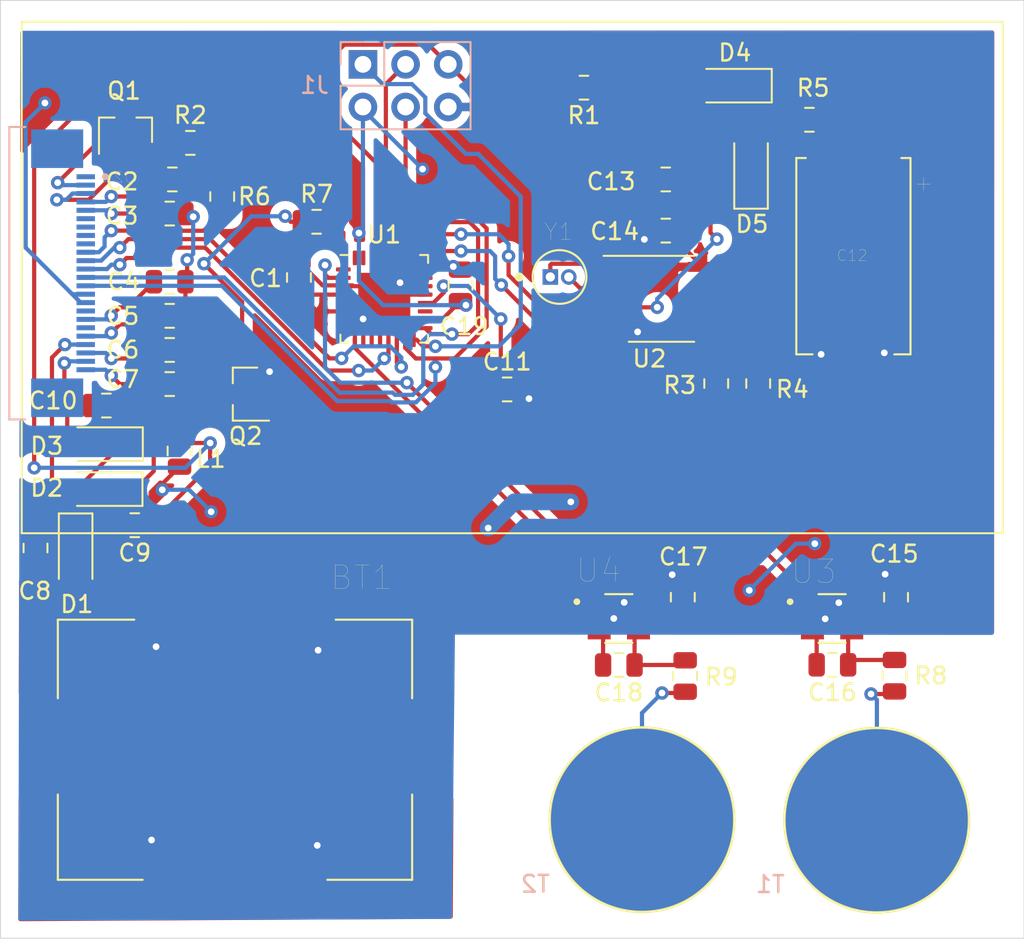
<source format=kicad_pcb>
(kicad_pcb (version 20171130) (host pcbnew "(5.1.6)-1")
  (layers (0 F.Cu signal) (31 B.Cu signal) (34 B.Paste user) (35 F.Paste user) (36 B.SilkS user) (37 F.SilkS user) (38 B.Mask user) (39 F.Mask user) (44 Edge.Cuts user))
  (net 0 "")
  (net 1 VCC)
  (net 2 GND)
  (net 3 /EINKGND)
  (net 4 "Net-(C2-Pad1)")
  (net 5 "Net-(C3-Pad1)")
  (net 6 "Net-(C4-Pad1)")
  (net 7 "Net-(C5-Pad1)")
  (net 8 "Net-(C6-Pad1)")
  (net 9 "Net-(C7-Pad1)")
  (net 10 /VGH)
  (net 11 "Net-(C9-Pad2)")
  (net 12 "Net-(C9-Pad1)")
  (net 13 /VGL)
  (net 14 "Net-(C11-Pad1)")
  (net 15 "Net-(C12-Pad1)")
  (net 16 "Net-(C13-Pad1)")
  (net 17 "Net-(D4-Pad1)")
  (net 18 "Net-(J1-Pad1)")
  (net 19 /SCLK)
  (net 20 /MOSI)
  (net 21 "Net-(J1-Pad5)")
  (net 22 "Net-(J2-Pad1)")
  (net 23 /GDR)
  (net 24 /RESE)
  (net 25 "Net-(J2-Pad6)")
  (net 26 "Net-(J2-Pad7)")
  (net 27 "Net-(J2-Pad8)")
  (net 28 /BUSY)
  (net 29 /EINK_RESET)
  (net 30 /DC)
  (net 31 /EINK_CS)
  (net 32 "Net-(J2-Pad17)")
  (net 33 "Net-(J2-Pad19)")
  (net 34 "Net-(Q2-Pad1)")
  (net 35 /SDA)
  (net 36 /SCL)
  (net 37 "Net-(R7-Pad2)")
  (net 38 "Net-(U1-Pad7)")
  (net 39 "Net-(U1-Pad8)")
  (net 40 "Net-(U1-Pad10)")
  (net 41 "Net-(U1-Pad11)")
  (net 42 "Net-(U1-Pad12)")
  (net 43 "Net-(U1-Pad19)")
  (net 44 "Net-(U1-Pad22)")
  (net 45 "Net-(U1-Pad23)")
  (net 46 "Net-(U1-Pad24)")
  (net 47 "Net-(U1-Pad25)")
  (net 48 "Net-(U1-Pad26)")
  (net 49 "Net-(U1-Pad30)")
  (net 50 "Net-(U1-Pad31)")
  (net 51 "Net-(U1-Pad32)")
  (net 52 "Net-(U2-Pad1)")
  (net 53 "Net-(U2-Pad2)")
  (net 54 "Net-(U2-Pad7)")
  (net 55 "Net-(C16-Pad2)")
  (net 56 "Net-(C16-Pad1)")
  (net 57 "Net-(C18-Pad2)")
  (net 58 "Net-(C18-Pad1)")
  (net 59 /TOUCH1)
  (net 60 /TOUCH2)
  (net 61 "Net-(R8-Pad2)")
  (net 62 "Net-(R9-Pad2)")
  (module Dishes_EPD:BAT_BAT-HLD-001-TR (layer F.Cu) (at 64.77 120.65)
    (fp_text reference BT1 (at 7.54 -10.06) (layer F.SilkS) (effects (font (size 1.4 1.4) (thickness 0.015))))
    (fp_text value BAT-HLD-001-TR)
    (pad N1 smd circle (at 0 0) (size 17.8 17.8) (layers F.Cu F.Mask) (net 2 GND))
    (pad P1 smd rect (at -11.45 0) (size 2.5 5.1) (layers F.Cu F.Paste F.Mask) (net 1 VCC))
    (pad P2 smd rect (at 11.45 0) (size 2.5 5.1) (layers F.Cu F.Paste F.Mask) (net 1 VCC))
  )
  (module Capacitor_SMD:C_0805_2012Metric (layer F.Cu) (at 68.58 92.71 90)
    (fp_text reference C1 (at -0.05 -1.99 180) (layer F.SilkS))
    (fp_text value 100n)
    (pad 1 smd roundrect (at -0.9375 0 90) (size 0.975 1.4) (layers F.Cu F.Paste F.Mask) (net 1 VCC))
    (pad 2 smd roundrect (at 0.9375 0 90) (size 0.975 1.4) (layers F.Cu F.Paste F.Mask) (net 2 GND))
  )
  (module Capacitor_SMD:C_0805_2012Metric (layer F.Cu) (at 61.0385 86.868)
    (fp_text reference C2 (at -2.9985 0.132) (layer F.SilkS))
    (fp_text value 1uf/25v)
    (pad 2 smd roundrect (at 0.9375 0) (size 0.975 1.4) (layers F.Cu F.Paste F.Mask) (net 3 /EINKGND))
    (pad 1 smd roundrect (at -0.9375 0) (size 0.975 1.4) (layers F.Cu F.Paste F.Mask) (net 4 "Net-(C2-Pad1)"))
  )
  (module Capacitor_SMD:C_0805_2012Metric (layer F.Cu) (at 60.8815 88.9)
    (fp_text reference C3 (at -2.8415 0.14) (layer F.SilkS))
    (fp_text value csmall)
    (pad 2 smd roundrect (at 0.9375 0) (size 0.975 1.4) (layers F.Cu F.Paste F.Mask) (net 3 /EINKGND))
    (pad 1 smd roundrect (at -0.9375 0) (size 0.975 1.4) (layers F.Cu F.Paste F.Mask) (net 5 "Net-(C3-Pad1)"))
  )
  (module Capacitor_SMD:C_0805_2012Metric (layer F.Cu) (at 60.8815 92.964)
    (fp_text reference C4 (at -2.7415 -0.014) (layer F.SilkS))
    (fp_text value C_Small)
    (pad 2 smd roundrect (at 0.9375 0) (size 0.975 1.4) (layers F.Cu F.Paste F.Mask) (net 3 /EINKGND))
    (pad 1 smd roundrect (at -0.9375 0) (size 0.975 1.4) (layers F.Cu F.Paste F.Mask) (net 6 "Net-(C4-Pad1)"))
  )
  (module Capacitor_SMD:C_0805_2012Metric (layer F.Cu) (at 60.8815 94.996)
    (fp_text reference C5 (at -2.7915 0.014) (layer F.SilkS))
    (fp_text value C_Small)
    (pad 2 smd roundrect (at 0.9375 0) (size 0.975 1.4) (layers F.Cu F.Paste F.Mask) (net 3 /EINKGND))
    (pad 1 smd roundrect (at -0.9375 0) (size 0.975 1.4) (layers F.Cu F.Paste F.Mask) (net 7 "Net-(C5-Pad1)"))
  )
  (module Capacitor_SMD:C_0805_2012Metric (layer F.Cu) (at 60.8815 97.028)
    (fp_text reference C6 (at -2.7915 -0.008) (layer F.SilkS))
    (fp_text value C_Small)
    (pad 1 smd roundrect (at -0.9375 0) (size 0.975 1.4) (layers F.Cu F.Paste F.Mask) (net 8 "Net-(C6-Pad1)"))
    (pad 2 smd roundrect (at 0.9375 0) (size 0.975 1.4) (layers F.Cu F.Paste F.Mask) (net 3 /EINKGND))
  )
  (module Capacitor_SMD:C_0805_2012Metric (layer F.Cu) (at 60.8815 99.06)
    (fp_text reference C7 (at -2.7915 -0.28) (layer F.SilkS))
    (fp_text value C_Small)
    (pad 1 smd roundrect (at -0.9375 0) (size 0.975 1.4) (layers F.Cu F.Paste F.Mask) (net 9 "Net-(C7-Pad1)"))
    (pad 2 smd roundrect (at 0.9375 0) (size 0.975 1.4) (layers F.Cu F.Paste F.Mask) (net 3 /EINKGND))
  )
  (module Capacitor_SMD:C_0805_2012Metric (layer F.Cu) (at 52.89 108.83 270)
    (fp_text reference C8 (at 2.56 0.04 180) (layer F.SilkS))
    (fp_text value 1uf/25v)
    (pad 1 smd roundrect (at -0.9375 0 270) (size 0.975 1.4) (layers F.Cu F.Paste F.Mask) (net 10 /VGH))
    (pad 2 smd roundrect (at 0.9375 0 270) (size 0.975 1.4) (layers F.Cu F.Paste F.Mask) (net 3 /EINKGND))
  )
  (module Capacitor_SMD:C_0805_2012Metric (layer F.Cu) (at 58.8 107.47 180)
    (fp_text reference C9 (at 0 -1.65) (layer F.SilkS))
    (fp_text value 1uf/25v)
    (pad 2 smd roundrect (at 0.9375 0 180) (size 0.975 1.4) (layers F.Cu F.Paste F.Mask) (net 11 "Net-(C9-Pad2)"))
    (pad 1 smd roundrect (at -0.9375 0 180) (size 0.975 1.4) (layers F.Cu F.Paste F.Mask) (net 12 "Net-(C9-Pad1)"))
  )
  (module Capacitor_SMD:C_0805_2012Metric (layer F.Cu) (at 57.11 100.34)
    (fp_text reference C10 (at -3.17 -0.29) (layer F.SilkS))
    (fp_text value 1uf/25v)
    (pad 1 smd roundrect (at -0.9375 0) (size 0.975 1.4) (layers F.Cu F.Paste F.Mask) (net 13 /VGL))
    (pad 2 smd roundrect (at 0.9375 0) (size 0.975 1.4) (layers F.Cu F.Paste F.Mask) (net 3 /EINKGND))
  )
  (module Capacitor_SMD:C_0805_2012Metric (layer F.Cu) (at 80.98 99.38)
    (fp_text reference C11 (at 0 -1.65) (layer F.SilkS))
    (fp_text value 100nf)
    (pad 1 smd roundrect (at -0.9375 0) (size 0.975 1.4) (layers F.Cu F.Paste F.Mask) (net 14 "Net-(C11-Pad1)"))
    (pad 2 smd roundrect (at 0.9375 0) (size 0.975 1.4) (layers F.Cu F.Paste F.Mask) (net 2 GND))
  )
  (module Dishes_EPD:CAP_DSK-3R3H224U-HL (layer F.Cu) (at 101.6 91.44)
    (fp_text reference C12 (at -0.08 -0.04) (layer F.SilkS) (effects (font (size 0.641479 0.641479) (thickness 0.015))))
    (fp_text value DSK-3R3H224U-HL)
    (fp_text user + (at 4.17451 -4.37661) (layer F.SilkS) (effects (font (size 1.007717 1.007717) (thickness 0.015))))
    (pad 1 smd rect (at 0 -5.075) (size 5 2) (layers F.Cu F.Paste F.Mask) (net 15 "Net-(C12-Pad1)"))
    (pad 2 smd rect (at 0 5.075) (size 4 1.7) (layers F.Cu F.Paste F.Mask) (net 2 GND))
  )
  (module Capacitor_SMD:C_0805_2012Metric (layer F.Cu) (at 90.424 86.868 180)
    (fp_text reference C13 (at 3.254 -0.122) (layer F.SilkS))
    (fp_text value 100nf)
    (pad 2 smd roundrect (at 0.9375 0 180) (size 0.975 1.4) (layers F.Cu F.Paste F.Mask) (net 2 GND))
    (pad 1 smd roundrect (at -0.9375 0 180) (size 0.975 1.4) (layers F.Cu F.Paste F.Mask) (net 16 "Net-(C13-Pad1)"))
  )
  (module Capacitor_SMD:C_0805_2012Metric (layer F.Cu) (at 90.424 89.916 180)
    (fp_text reference C14 (at 3.044 -0.044) (layer F.SilkS))
    (fp_text value 100n)
    (pad 1 smd roundrect (at -0.9375 0 180) (size 0.975 1.4) (layers F.Cu F.Paste F.Mask) (net 1 VCC))
    (pad 2 smd roundrect (at 0.9375 0 180) (size 0.975 1.4) (layers F.Cu F.Paste F.Mask) (net 2 GND))
  )
  (module Capacitor_SMD:C_0805_2012Metric (layer F.Cu) (at 104.14 111.76 90)
    (fp_text reference C15 (at 2.58 -0.11 180) (layer F.SilkS))
    (fp_text value 100n)
    (pad 2 smd roundrect (at 0.9375 0 90) (size 0.975 1.4) (layers F.Cu F.Paste F.Mask) (net 2 GND))
    (pad 1 smd roundrect (at -0.9375 0 90) (size 0.975 1.4) (layers F.Cu F.Paste F.Mask) (net 1 VCC))
  )
  (module Capacitor_SMD:C_0805_2012Metric (layer F.Cu) (at 100.35 115.79 180)
    (fp_text reference C16 (at 0 -1.65) (layer F.SilkS))
    (fp_text value 10nF)
    (pad 1 smd roundrect (at -0.9375 0 180) (size 0.975 1.4) (layers F.Cu F.Paste F.Mask) (net 56 "Net-(C16-Pad1)"))
    (pad 2 smd roundrect (at 0.9375 0 180) (size 0.975 1.4) (layers F.Cu F.Paste F.Mask) (net 55 "Net-(C16-Pad2)"))
  )
  (module Capacitor_SMD:C_0805_2012Metric (layer F.Cu) (at 91.44 111.76 90)
    (fp_text reference C17 (at 2.41 0.03 180) (layer F.SilkS))
    (fp_text value 100n)
    (pad 1 smd roundrect (at -0.9375 0 90) (size 0.975 1.4) (layers F.Cu F.Paste F.Mask) (net 1 VCC))
    (pad 2 smd roundrect (at 0.9375 0 90) (size 0.975 1.4) (layers F.Cu F.Paste F.Mask) (net 2 GND))
  )
  (module Capacitor_SMD:C_0805_2012Metric (layer F.Cu) (at 87.63 115.8 180)
    (fp_text reference C18 (at 0 -1.65) (layer F.SilkS))
    (fp_text value 10nF)
    (pad 2 smd roundrect (at 0.9375 0 180) (size 0.975 1.4) (layers F.Cu F.Paste F.Mask) (net 57 "Net-(C18-Pad2)"))
    (pad 1 smd roundrect (at -0.9375 0 180) (size 0.975 1.4) (layers F.Cu F.Paste F.Mask) (net 58 "Net-(C18-Pad1)"))
  )
  (module Diode_SMD:D_SOD-123 (layer F.Cu) (at 55.28 109.02 270)
    (fp_text reference D1 (at 3.16 -0.07 180) (layer F.SilkS))
    (fp_text value MBR0530)
    (pad 1 smd rect (at -1.65 0 270) (size 0.9 1.2) (layers F.Cu F.Paste F.Mask) (net 10 /VGH))
    (pad 2 smd rect (at 1.65 0 270) (size 0.9 1.2) (layers F.Cu F.Paste F.Mask) (net 12 "Net-(C9-Pad1)"))
  )
  (module Diode_SMD:D_SOD-123 (layer F.Cu) (at 57.01 105.32 180)
    (fp_text reference D2 (at 3.45 0.07) (layer F.SilkS))
    (fp_text value MBR0530)
    (pad 1 smd rect (at -1.65 0 180) (size 0.9 1.2) (layers F.Cu F.Paste F.Mask) (net 3 /EINKGND))
    (pad 2 smd rect (at 1.65 0 180) (size 0.9 1.2) (layers F.Cu F.Paste F.Mask) (net 11 "Net-(C9-Pad2)"))
  )
  (module Diode_SMD:D_SOD-123 (layer F.Cu) (at 57.03 102.64 180)
    (fp_text reference D3 (at 3.47 -0.11) (layer F.SilkS))
    (fp_text value MBR0530)
    (pad 2 smd rect (at 1.65 0 180) (size 0.9 1.2) (layers F.Cu F.Paste F.Mask) (net 13 /VGL))
    (pad 1 smd rect (at -1.65 0 180) (size 0.9 1.2) (layers F.Cu F.Paste F.Mask) (net 11 "Net-(C9-Pad2)"))
  )
  (module Diode_SMD:D_SOD-123 (layer F.Cu) (at 94.488 81.28 180)
    (fp_text reference D4 (at -0.052 1.96) (layer F.SilkS))
    (fp_text value 1N5819HW-7-F)
    (pad 1 smd rect (at -1.65 0 180) (size 0.9 1.2) (layers F.Cu F.Paste F.Mask) (net 17 "Net-(D4-Pad1)"))
    (pad 2 smd rect (at 1.65 0 180) (size 0.9 1.2) (layers F.Cu F.Paste F.Mask) (net 1 VCC))
  )
  (module Diode_SMD:D_SOD-123 (layer F.Cu) (at 95.504 86.36 90)
    (fp_text reference D5 (at -3.17 0.056 180) (layer F.SilkS))
    (fp_text value 1N5819HW-7-F)
    (pad 2 smd rect (at 1.65 0 90) (size 0.9 1.2) (layers F.Cu F.Paste F.Mask) (net 17 "Net-(D4-Pad1)"))
    (pad 1 smd rect (at -1.65 0 90) (size 0.9 1.2) (layers F.Cu F.Paste F.Mask) (net 16 "Net-(C13-Pad1)"))
  )
  (module Connector_PinHeader_2.54mm:PinHeader_2x03_P2.54mm_Vertical (layer B.Cu) (at 72.39 80.01 270)
    (fp_text reference J1 (at 1.24 2.89) (layer B.SilkS) (effects (justify mirror)))
    (fp_text value AVR-ISP-6)
    (pad 1 thru_hole rect (at 0 0 270) (size 1.7 1.7) (drill 1) (layers *.Cu *.Mask) (net 18 "Net-(J1-Pad1)"))
    (pad 2 thru_hole oval (at 2.54 0 270) (size 1.7 1.7) (drill 1) (layers *.Cu *.Mask) (net 1 VCC))
    (pad 3 thru_hole oval (at 0 -2.54 270) (size 1.7 1.7) (drill 1) (layers *.Cu *.Mask) (net 19 /SCLK))
    (pad 4 thru_hole oval (at 2.54 -2.54 270) (size 1.7 1.7) (drill 1) (layers *.Cu *.Mask) (net 20 /MOSI))
    (pad 5 thru_hole oval (at 0 -5.08 270) (size 1.7 1.7) (drill 1) (layers *.Cu *.Mask) (net 21 "Net-(J1-Pad5)"))
    (pad 6 thru_hole oval (at 2.54 -5.08 270) (size 1.7 1.7) (drill 1) (layers *.Cu *.Mask) (net 2 GND))
  )
  (module Inductor_SMD:L_0805_2012Metric (layer F.Cu) (at 61.468 103.0455 270)
    (fp_text reference L1 (at 0.4845 -1.862 180) (layer F.SilkS))
    (fp_text value 10uH)
    (pad 1 smd roundrect (at -0.9375 0 270) (size 0.975 1.4) (layers F.Cu F.Paste F.Mask) (net 12 "Net-(C9-Pad1)"))
    (pad 2 smd roundrect (at 0.9375 0 270) (size 0.975 1.4) (layers F.Cu F.Paste F.Mask) (net 1 VCC))
  )
  (module Package_TO_SOT_SMD:SOT-23 (layer F.Cu) (at 58.25 83.94 90)
    (fp_text reference Q1 (at 2.35 -0.09 180) (layer F.SilkS))
    (fp_text value IRLML6344)
    (pad 1 smd rect (at -1 -0.95 90) (size 0.9 0.8) (layers F.Cu F.Paste F.Mask) (net 23 /GDR))
    (pad 2 smd rect (at -1 0.95 90) (size 0.9 0.8) (layers F.Cu F.Paste F.Mask) (net 24 /RESE))
    (pad 3 smd rect (at 1 0 90) (size 0.9 0.8) (layers F.Cu F.Paste F.Mask) (net 12 "Net-(C9-Pad1)"))
  )
  (module Package_TO_SOT_SMD:SOT-23 (layer F.Cu) (at 65.4 99.66 180)
    (fp_text reference Q2 (at 0 -2.5) (layer F.SilkS))
    (fp_text value IRLML6344)
    (pad 3 smd rect (at 1 0 180) (size 0.9 0.8) (layers F.Cu F.Paste F.Mask) (net 3 /EINKGND))
    (pad 2 smd rect (at -1 0.95 180) (size 0.9 0.8) (layers F.Cu F.Paste F.Mask) (net 2 GND))
    (pad 1 smd rect (at -1 -0.95 180) (size 0.9 0.8) (layers F.Cu F.Paste F.Mask) (net 34 "Net-(Q2-Pad1)"))
  )
  (module Resistor_SMD:R_0805_2012Metric (layer F.Cu) (at 85.55 81.4 180)
    (fp_text reference R1 (at 0 -1.65) (layer F.SilkS))
    (fp_text value 10k)
    (pad 1 smd roundrect (at -0.9375 0 180) (size 0.975 1.4) (layers F.Cu F.Paste F.Mask) (net 1 VCC))
    (pad 2 smd roundrect (at 0.9375 0 180) (size 0.975 1.4) (layers F.Cu F.Paste F.Mask) (net 21 "Net-(J1-Pad5)"))
  )
  (module Resistor_SMD:R_0805_2012Metric (layer F.Cu) (at 62.11 84.69)
    (fp_text reference R2 (at 0 -1.65) (layer F.SilkS))
    (fp_text value 47ohm)
    (pad 1 smd roundrect (at -0.9375 0) (size 0.975 1.4) (layers F.Cu F.Paste F.Mask) (net 24 /RESE))
    (pad 2 smd roundrect (at 0.9375 0) (size 0.975 1.4) (layers F.Cu F.Paste F.Mask) (net 3 /EINKGND))
  )
  (module Resistor_SMD:R_0805_2012Metric (layer F.Cu) (at 93.43 99.0275 90)
    (fp_text reference R3 (at -0.1025 -2.17 180) (layer F.SilkS))
    (fp_text value 10k)
    (pad 1 smd roundrect (at -0.9375 0 90) (size 0.975 1.4) (layers F.Cu F.Paste F.Mask) (net 1 VCC))
    (pad 2 smd roundrect (at 0.9375 0 90) (size 0.975 1.4) (layers F.Cu F.Paste F.Mask) (net 35 /SDA))
  )
  (module Resistor_SMD:R_0805_2012Metric (layer F.Cu) (at 95.93 99.0275 90)
    (fp_text reference R4 (at -0.3425 2.03 180) (layer F.SilkS))
    (fp_text value 10k)
    (pad 2 smd roundrect (at 0.9375 0 90) (size 0.975 1.4) (layers F.Cu F.Paste F.Mask) (net 36 /SCL))
    (pad 1 smd roundrect (at -0.9375 0 90) (size 0.975 1.4) (layers F.Cu F.Paste F.Mask) (net 1 VCC))
  )
  (module Resistor_SMD:R_0805_2012Metric (layer F.Cu) (at 98.9815 83.312 180)
    (fp_text reference R5 (at -0.2185 1.892) (layer F.SilkS))
    (fp_text value 20ohm)
    (pad 1 smd roundrect (at -0.9375 0 180) (size 0.975 1.4) (layers F.Cu F.Paste F.Mask) (net 15 "Net-(C12-Pad1)"))
    (pad 2 smd roundrect (at 0.9375 0 180) (size 0.975 1.4) (layers F.Cu F.Paste F.Mask) (net 17 "Net-(D4-Pad1)"))
  )
  (module Resistor_SMD:R_0805_2012Metric (layer F.Cu) (at 64.008 87.884 270)
    (fp_text reference R6 (at 0 -1.922 180) (layer F.SilkS))
    (fp_text value 100k)
    (pad 2 smd roundrect (at 0.9375 0 270) (size 0.975 1.4) (layers F.Cu F.Paste F.Mask) (net 29 /EINK_RESET))
    (pad 1 smd roundrect (at -0.9375 0 270) (size 0.975 1.4) (layers F.Cu F.Paste F.Mask) (net 1 VCC))
  )
  (module Resistor_SMD:R_0805_2012Metric (layer F.Cu) (at 69.63 89.39)
    (fp_text reference R7 (at 0 -1.65) (layer F.SilkS))
    (fp_text value 2.2k)
    (pad 2 smd roundrect (at 0.9375 0) (size 0.975 1.4) (layers F.Cu F.Paste F.Mask) (net 37 "Net-(R7-Pad2)"))
    (pad 1 smd roundrect (at -0.9375 0) (size 0.975 1.4) (layers F.Cu F.Paste F.Mask) (net 34 "Net-(Q2-Pad1)"))
  )
  (module Resistor_SMD:R_0805_2012Metric (layer F.Cu) (at 104.05 116.4375 270)
    (fp_text reference R8 (at 0.0025 -2.16 180) (layer F.SilkS))
    (fp_text value 10k)
    (pad 1 smd roundrect (at -0.9375 0 270) (size 0.975 1.4) (layers F.Cu F.Paste F.Mask) (net 56 "Net-(C16-Pad1)"))
    (pad 2 smd roundrect (at 0.9375 0 270) (size 0.975 1.4) (layers F.Cu F.Paste F.Mask) (net 61 "Net-(R8-Pad2)"))
  )
  (module Resistor_SMD:R_0805_2012Metric (layer F.Cu) (at 91.58 116.4575 270)
    (fp_text reference R9 (at 0.0525 -2.15 180) (layer F.SilkS))
    (fp_text value 10k)
    (pad 2 smd roundrect (at 0.9375 0 270) (size 0.975 1.4) (layers F.Cu F.Paste F.Mask) (net 62 "Net-(R9-Pad2)"))
    (pad 1 smd roundrect (at -0.9375 0 270) (size 0.975 1.4) (layers F.Cu F.Paste F.Mask) (net 58 "Net-(C18-Pad1)"))
  )
  (module Package_DFN_QFN:QFN-32-1EP_5x5mm_P0.5mm_EP3.1x3.1mm (layer F.Cu) (at 73.66 93.98)
    (fp_text reference U1 (at 0 -3.82) (layer F.SilkS))
    (fp_text value ATmega328P-MU)
    (pad 1 smd roundrect (at -2.4375 -1.75) (size 0.875 0.25) (layers F.Cu F.Paste F.Mask) (net 37 "Net-(R7-Pad2)"))
    (pad 2 smd roundrect (at -2.4375 -1.25) (size 0.875 0.25) (layers F.Cu F.Paste F.Mask) (net 59 /TOUCH1))
    (pad 3 smd roundrect (at -2.4375 -0.75) (size 0.875 0.25) (layers F.Cu F.Paste F.Mask) (net 2 GND))
    (pad 4 smd roundrect (at -2.4375 -0.25) (size 0.875 0.25) (layers F.Cu F.Paste F.Mask) (net 1 VCC))
    (pad 5 smd roundrect (at -2.4375 0.25) (size 0.875 0.25) (layers F.Cu F.Paste F.Mask) (net 2 GND))
    (pad 6 smd roundrect (at -2.4375 0.75) (size 0.875 0.25) (layers F.Cu F.Paste F.Mask) (net 1 VCC))
    (pad 7 smd roundrect (at -2.4375 1.25) (size 0.875 0.25) (layers F.Cu F.Paste F.Mask) (net 38 "Net-(U1-Pad7)"))
    (pad 8 smd roundrect (at -2.4375 1.75) (size 0.875 0.25) (layers F.Cu F.Paste F.Mask) (net 39 "Net-(U1-Pad8)"))
    (pad 9 smd roundrect (at -1.75 2.4375) (size 0.25 0.875) (layers F.Cu F.Paste F.Mask) (net 60 /TOUCH2))
    (pad 10 smd roundrect (at -1.25 2.4375) (size 0.25 0.875) (layers F.Cu F.Paste F.Mask) (net 40 "Net-(U1-Pad10)"))
    (pad 11 smd roundrect (at -0.75 2.4375) (size 0.25 0.875) (layers F.Cu F.Paste F.Mask) (net 41 "Net-(U1-Pad11)"))
    (pad 12 smd roundrect (at -0.25 2.4375) (size 0.25 0.875) (layers F.Cu F.Paste F.Mask) (net 42 "Net-(U1-Pad12)"))
    (pad 13 smd roundrect (at 0.25 2.4375) (size 0.25 0.875) (layers F.Cu F.Paste F.Mask) (net 31 /EINK_CS))
    (pad 14 smd roundrect (at 0.75 2.4375) (size 0.25 0.875) (layers F.Cu F.Paste F.Mask) (net 30 /DC))
    (pad 15 smd roundrect (at 1.25 2.4375) (size 0.25 0.875) (layers F.Cu F.Paste F.Mask) (net 20 /MOSI))
    (pad 16 smd roundrect (at 1.75 2.4375) (size 0.25 0.875) (layers F.Cu F.Paste F.Mask) (net 18 "Net-(J1-Pad1)"))
    (pad 17 smd roundrect (at 2.4375 1.75) (size 0.875 0.25) (layers F.Cu F.Paste F.Mask) (net 19 /SCLK))
    (pad 18 smd roundrect (at 2.4375 1.25) (size 0.875 0.25) (layers F.Cu F.Paste F.Mask) (net 1 VCC))
    (pad 19 smd roundrect (at 2.4375 0.75) (size 0.875 0.25) (layers F.Cu F.Paste F.Mask) (net 43 "Net-(U1-Pad19)"))
    (pad 20 smd roundrect (at 2.4375 0.25) (size 0.875 0.25) (layers F.Cu F.Paste F.Mask) (net 14 "Net-(C11-Pad1)"))
    (pad 21 smd roundrect (at 2.4375 -0.25) (size 0.875 0.25) (layers F.Cu F.Paste F.Mask) (net 2 GND))
    (pad 22 smd roundrect (at 2.4375 -0.75) (size 0.875 0.25) (layers F.Cu F.Paste F.Mask) (net 44 "Net-(U1-Pad22)"))
    (pad 23 smd roundrect (at 2.4375 -1.25) (size 0.875 0.25) (layers F.Cu F.Paste F.Mask) (net 45 "Net-(U1-Pad23)"))
    (pad 24 smd roundrect (at 2.4375 -1.75) (size 0.875 0.25) (layers F.Cu F.Paste F.Mask) (net 46 "Net-(U1-Pad24)"))
    (pad 25 smd roundrect (at 1.75 -2.4375) (size 0.25 0.875) (layers F.Cu F.Paste F.Mask) (net 47 "Net-(U1-Pad25)"))
    (pad 26 smd roundrect (at 1.25 -2.4375) (size 0.25 0.875) (layers F.Cu F.Paste F.Mask) (net 48 "Net-(U1-Pad26)"))
    (pad 27 smd roundrect (at 0.75 -2.4375) (size 0.25 0.875) (layers F.Cu F.Paste F.Mask) (net 35 /SDA))
    (pad 28 smd roundrect (at 0.25 -2.4375) (size 0.25 0.875) (layers F.Cu F.Paste F.Mask) (net 36 /SCL))
    (pad 29 smd roundrect (at -0.25 -2.4375) (size 0.25 0.875) (layers F.Cu F.Paste F.Mask) (net 21 "Net-(J1-Pad5)"))
    (pad 30 smd roundrect (at -0.75 -2.4375) (size 0.25 0.875) (layers F.Cu F.Paste F.Mask) (net 49 "Net-(U1-Pad30)"))
    (pad 31 smd roundrect (at -1.25 -2.4375) (size 0.25 0.875) (layers F.Cu F.Paste F.Mask) (net 50 "Net-(U1-Pad31)"))
    (pad 32 smd roundrect (at -1.75 -2.4375) (size 0.25 0.875) (layers F.Cu F.Paste F.Mask) (net 51 "Net-(U1-Pad32)"))
    (pad 33 smd rect (at 0 0) (size 3.1 3.1) (layers F.Cu F.Mask) (net 2 GND))
  )
  (module Package_SO:SOIC-8_3.9x4.9mm_P1.27mm (layer F.Cu) (at 90.17 93.98)
    (fp_text reference U2 (at -0.72 3.57) (layer F.SilkS))
    (fp_text value PCF8523T)
    (pad 1 smd roundrect (at -2.475 -1.905) (size 1.95 0.6) (layers F.Cu F.Paste F.Mask) (net 52 "Net-(U2-Pad1)"))
    (pad 2 smd roundrect (at -2.475 -0.635) (size 1.95 0.6) (layers F.Cu F.Paste F.Mask) (net 53 "Net-(U2-Pad2)"))
    (pad 3 smd roundrect (at -2.475 0.635) (size 1.95 0.6) (layers F.Cu F.Paste F.Mask) (net 16 "Net-(C13-Pad1)"))
    (pad 4 smd roundrect (at -2.475 1.905) (size 1.95 0.6) (layers F.Cu F.Paste F.Mask) (net 2 GND))
    (pad 5 smd roundrect (at 2.475 1.905) (size 1.95 0.6) (layers F.Cu F.Paste F.Mask) (net 35 /SDA))
    (pad 6 smd roundrect (at 2.475 0.635) (size 1.95 0.6) (layers F.Cu F.Paste F.Mask) (net 36 /SCL))
    (pad 7 smd roundrect (at 2.475 -0.635) (size 1.95 0.6) (layers F.Cu F.Paste F.Mask) (net 54 "Net-(U2-Pad7)"))
    (pad 8 smd roundrect (at 2.475 -1.905) (size 1.95 0.6) (layers F.Cu F.Paste F.Mask) (net 1 VCC))
  )
  (module Dishes_EPD:SOT95P270X145-6N (layer F.Cu) (at 100.33 113.03)
    (fp_text reference U3 (at -1.1 -2.8) (layer F.SilkS) (effects (font (size 1.401071 1.401071) (thickness 0.015))))
    (fp_text value AT42QT1010-TSHR)
    (pad 1 smd rect (at -1.17 -0.95) (size 1.37 0.59) (layers F.Cu F.Paste F.Mask) (net 59 /TOUCH1))
    (pad 2 smd rect (at -1.17 0) (size 1.37 0.59) (layers F.Cu F.Paste F.Mask) (net 2 GND))
    (pad 3 smd rect (at -1.17 0.95) (size 1.37 0.59) (layers F.Cu F.Paste F.Mask) (net 55 "Net-(C16-Pad2)"))
    (pad 4 smd rect (at 1.17 0.95) (size 1.37 0.59) (layers F.Cu F.Paste F.Mask) (net 56 "Net-(C16-Pad1)"))
    (pad 5 smd rect (at 1.17 0) (size 1.37 0.59) (layers F.Cu F.Paste F.Mask) (net 1 VCC))
    (pad 6 smd rect (at 1.17 -0.95) (size 1.37 0.59) (layers F.Cu F.Paste F.Mask) (net 2 GND))
  )
  (module Dishes_EPD:SOT95P270X145-6N (layer F.Cu) (at 87.63 113.03)
    (fp_text reference U4 (at -1.2 -2.87) (layer F.SilkS) (effects (font (size 1.401071 1.401071) (thickness 0.015))))
    (fp_text value AT42QT1010-TSHR)
    (pad 6 smd rect (at 1.17 -0.95) (size 1.37 0.59) (layers F.Cu F.Paste F.Mask) (net 2 GND))
    (pad 5 smd rect (at 1.17 0) (size 1.37 0.59) (layers F.Cu F.Paste F.Mask) (net 1 VCC))
    (pad 4 smd rect (at 1.17 0.95) (size 1.37 0.59) (layers F.Cu F.Paste F.Mask) (net 58 "Net-(C18-Pad1)"))
    (pad 3 smd rect (at -1.17 0.95) (size 1.37 0.59) (layers F.Cu F.Paste F.Mask) (net 57 "Net-(C18-Pad2)"))
    (pad 2 smd rect (at -1.17 0) (size 1.37 0.59) (layers F.Cu F.Paste F.Mask) (net 2 GND))
    (pad 1 smd rect (at -1.17 -0.95) (size 1.37 0.59) (layers F.Cu F.Paste F.Mask) (net 60 /TOUCH2))
  )
  (module Dishes_EPD:XTAL_AB38T-32.768KHZ (layer F.Cu) (at 84.1 92.68)
    (fp_text reference Y1 (at -0.05 -2.7) (layer F.SilkS) (effects (font (thickness 0.015))))
    (fp_text value AB38T)
    (pad 1 thru_hole rect (at -0.55 0) (size 0.925 0.925) (drill 0.55) (layers *.Cu *.Mask) (net 52 "Net-(U2-Pad1)"))
    (pad 2 thru_hole circle (at 0.55 0) (size 0.925 0.925) (drill 0.55) (layers *.Cu *.Mask) (net 53 "Net-(U2-Pad2)"))
  )
  (module Capacitor_SMD:C_0805_2012Metric (layer F.Cu) (at 78.2 93.18 90)
    (fp_text reference C19 (at -2.44 0.22 180) (layer F.SilkS))
    (fp_text value 100n)
    (pad 1 smd roundrect (at -0.9375 0 90) (size 0.975 1.4) (layers F.Cu F.Paste F.Mask) (net 1 VCC))
    (pad 2 smd roundrect (at 0.9375 0 90) (size 0.975 1.4) (layers F.Cu F.Paste F.Mask) (net 2 GND))
  )
  (module Dishes_EPD:TE_2-1734592-4 (layer B.Cu) (at 55.88 92.456 90)
    (fp_text reference J2 (at 5.726 2.21) (layer B.SilkS) (effects (font (size 0.64 0.64) (thickness 0.015)) (justify mirror)))
    (fp_text value "24pin 0.5mm top connector zif")
    (pad 24 smd rect (at -5.75 0 90) (size 0.3 1.1) (layers B.Cu B.Paste B.Mask) (net 9 "Net-(C7-Pad1)"))
    (pad 23 smd rect (at -5.25 0 90) (size 0.3 1.1) (layers B.Cu B.Paste B.Mask) (net 13 /VGL))
    (pad 22 smd rect (at -4.75 0 90) (size 0.3 1.1) (layers B.Cu B.Paste B.Mask) (net 8 "Net-(C6-Pad1)"))
    (pad 21 smd rect (at -4.25 0 90) (size 0.3 1.1) (layers B.Cu B.Paste B.Mask) (net 10 /VGH))
    (pad 20 smd rect (at -3.75 0 90) (size 0.3 1.1) (layers B.Cu B.Paste B.Mask) (net 7 "Net-(C5-Pad1)"))
    (pad 19 smd rect (at -3.25 0 90) (size 0.3 1.1) (layers B.Cu B.Paste B.Mask) (net 33 "Net-(J2-Pad19)"))
    (pad S2 smd rect (at 7.42 -1.7 90) (size 2.3 3.1) (layers B.Cu B.Paste B.Mask))
    (pad S1 smd rect (at -7.42 -1.7 90) (size 2.3 3.1) (layers B.Cu B.Paste B.Mask))
    (pad 18 smd rect (at -2.75 0 90) (size 0.3 1.1) (layers B.Cu B.Paste B.Mask) (net 6 "Net-(C4-Pad1)"))
    (pad 17 smd rect (at -2.25 0 90) (size 0.3 1.1) (layers B.Cu B.Paste B.Mask) (net 32 "Net-(J2-Pad17)"))
    (pad 16 smd rect (at -1.75 0 90) (size 0.3 1.1) (layers B.Cu B.Paste B.Mask) (net 1 VCC))
    (pad 15 smd rect (at -1.25 0 90) (size 0.3 1.1) (layers B.Cu B.Paste B.Mask) (net 1 VCC))
    (pad 14 smd rect (at -0.75 0 90) (size 0.3 1.1) (layers B.Cu B.Paste B.Mask) (net 20 /MOSI))
    (pad 13 smd rect (at -0.25 0 90) (size 0.3 1.1) (layers B.Cu B.Paste B.Mask) (net 19 /SCLK))
    (pad 12 smd rect (at 0.25 0 90) (size 0.3 1.1) (layers B.Cu B.Paste B.Mask) (net 31 /EINK_CS))
    (pad 11 smd rect (at 0.75 0 90) (size 0.3 1.1) (layers B.Cu B.Paste B.Mask) (net 30 /DC))
    (pad 10 smd rect (at 1.25 0 90) (size 0.3 1.1) (layers B.Cu B.Paste B.Mask) (net 29 /EINK_RESET))
    (pad 9 smd rect (at 1.75 0 90) (size 0.3 1.1) (layers B.Cu B.Paste B.Mask) (net 28 /BUSY))
    (pad 8 smd rect (at 2.25 0 90) (size 0.3 1.1) (layers B.Cu B.Paste B.Mask) (net 27 "Net-(J2-Pad8)"))
    (pad 7 smd rect (at 2.75 0 90) (size 0.3 1.1) (layers B.Cu B.Paste B.Mask) (net 26 "Net-(J2-Pad7)"))
    (pad 6 smd rect (at 3.25 0 90) (size 0.3 1.1) (layers B.Cu B.Paste B.Mask) (net 25 "Net-(J2-Pad6)"))
    (pad 5 smd rect (at 3.75 0 90) (size 0.3 1.1) (layers B.Cu B.Paste B.Mask) (net 5 "Net-(C3-Pad1)"))
    (pad 4 smd rect (at 4.25 0 90) (size 0.3 1.1) (layers B.Cu B.Paste B.Mask) (net 4 "Net-(C2-Pad1)"))
    (pad 3 smd rect (at 4.75 0 90) (size 0.3 1.1) (layers B.Cu B.Paste B.Mask) (net 24 /RESE))
    (pad 2 smd rect (at 5.25 0 90) (size 0.3 1.1) (layers B.Cu B.Paste B.Mask) (net 23 /GDR))
    (pad 1 smd rect (at 5.75 0 90) (size 0.3 1.1) (layers B.Cu B.Paste B.Mask) (net 22 "Net-(J2-Pad1)"))
  )
  (module TestPoint:Circle_Pad_11mm (layer B.Cu) (at 103 125.06)
    (fp_text reference T1 (at -6.35 3.81) (layer B.SilkS) (effects (justify mirror)))
    (fp_text value Cap_Touch_Pad_11mm)
    (pad 1 smd circle (at 0 0) (size 11 11) (layers B.Cu B.Mask) (net 61 "Net-(R8-Pad2)"))
  )
  (module TestPoint:Circle_Pad_11mm (layer B.Cu) (at 89.01 125.04)
    (fp_text reference T2 (at -6.35 3.81) (layer B.SilkS) (effects (justify mirror)))
    (fp_text value Cap_Touch_Pad_11mm)
    (pad 1 smd circle (at 0 0) (size 11 11) (layers B.Cu B.Mask) (net 62 "Net-(R9-Pad2)"))
  )
  (gr_circle (center 102.99 125.05) (end 108.49 125.05) (layer F.SilkS) (width 0.15))
  (gr_circle (center 89.01 125.02) (end 94.51 125.02) (layer F.SilkS) (width 0.15))
  (gr_line (start 52.07 77.47) (end 52.07 107.95) (layer F.SilkS) (width 0.12))
  (gr_line (start 50.8 132.08) (end 50.8 76.2) (layer Edge.Cuts) (width 0.05))
  (gr_line (start 110.49 77.47) (end 52.07 77.47) (layer F.SilkS) (width 0.12))
  (gr_line (start 110.49 107.95) (end 110.49 77.47) (layer F.SilkS) (width 0.12))
  (gr_line (start 52.07 107.95) (end 110.49 107.95) (layer F.SilkS) (width 0.12))
  (gr_line (start 111.76 132.08) (end 50.8 132.08) (layer Edge.Cuts) (width 0.05))
  (gr_line (start 111.76 76.2) (end 111.76 132.08) (layer Edge.Cuts) (width 0.05))
  (gr_line (start 50.8 76.2) (end 111.76 76.2) (layer Edge.Cuts) (width 0.05))
  (segment (start 69.6625 94.73) (end 68.58 93.6475) (width 0.25) (layer F.Cu) (net 1))
  (segment (start 71.2225 94.73) (end 69.6625 94.73) (width 0.25) (layer F.Cu) (net 1))
  (segment (start 68.6625 93.73) (end 68.58 93.6475) (width 0.25) (layer F.Cu) (net 1))
  (segment (start 71.2225 93.73) (end 68.6625 93.73) (width 0.25) (layer F.Cu) (net 1))
  (segment (start 91.1075 113.03) (end 91.44 112.6975) (width 0.25) (layer F.Cu) (net 1))
  (segment (start 88.8 113.03) (end 91.1075 113.03) (width 0.25) (layer F.Cu) (net 1))
  (segment (start 91.3615 90.7915) (end 92.645 92.075) (width 0.25) (layer F.Cu) (net 1))
  (segment (start 91.3615 89.916) (end 91.3615 90.7915) (width 0.25) (layer F.Cu) (net 1))
  (segment (start 77.13749 95.18001) (end 78.2 94.1175) (width 0.25) (layer F.Cu) (net 1))
  (segment (start 76.27999 95.18001) (end 77.13749 95.18001) (width 0.25) (layer F.Cu) (net 1))
  (segment (start 76.23 95.23) (end 76.27999 95.18001) (width 0.25) (layer F.Cu) (net 1))
  (segment (start 76.0975 95.23) (end 76.23 95.23) (width 0.25) (layer F.Cu) (net 1))
  (segment (start 68.58 93.6475) (end 67.8275 93.6475) (width 0.25) (layer F.Cu) (net 1))
  (segment (start 61.468 103.983) (end 60.44 105.011) (width 0.25) (layer F.Cu) (net 1))
  (via (at 60.44 105.36) (size 0.8) (drill 0.4) (layers F.Cu B.Cu) (net 1))
  (segment (start 60.44 105.011) (end 60.44 105.36) (width 0.25) (layer F.Cu) (net 1))
  (segment (start 60.44 105.36) (end 62.04 105.36) (width 0.25) (layer B.Cu) (net 1))
  (via (at 63.35 106.67) (size 0.8) (drill 0.4) (layers F.Cu B.Cu) (net 1))
  (segment (start 62.04 105.36) (end 63.35 106.67) (width 0.25) (layer B.Cu) (net 1))
  (segment (start 68.58 93.6475) (end 67.7575 93.6475) (width 0.25) (layer F.Cu) (net 1))
  (segment (start 67.7575 93.6475) (end 66.93 92.82) (width 0.25) (layer F.Cu) (net 1))
  (via (at 78.523 94.36) (size 0.8) (drill 0.4) (layers F.Cu B.Cu) (net 1))
  (segment (start 78.2 94.1175) (end 78.2805 94.1175) (width 0.25) (layer F.Cu) (net 1))
  (segment (start 78.2805 94.1175) (end 78.523 94.36) (width 0.25) (layer F.Cu) (net 1))
  (via (at 72.15 90.06) (size 0.8) (drill 0.4) (layers F.Cu B.Cu) (net 1))
  (segment (start 72.15 92.913105) (end 72.15 90.06) (width 0.25) (layer B.Cu) (net 1))
  (segment (start 78.523 94.36) (end 73.596895 94.36) (width 0.25) (layer B.Cu) (net 1))
  (segment (start 73.596895 94.36) (end 72.15 92.913105) (width 0.25) (layer B.Cu) (net 1))
  (via (at 53.45 82.31) (size 0.8) (drill 0.4) (layers F.Cu B.Cu) (net 1))
  (segment (start 52.304999 83.455001) (end 53.45 82.31) (width 0.25) (layer B.Cu) (net 1))
  (segment (start 52.304999 90.930999) (end 52.304999 83.455001) (width 0.25) (layer B.Cu) (net 1))
  (segment (start 55.88 93.706) (end 55.08 93.706) (width 0.25) (layer B.Cu) (net 1))
  (segment (start 55.58 94.206) (end 54.972 93.598) (width 0.25) (layer B.Cu) (net 1))
  (segment (start 55.88 94.206) (end 55.58 94.206) (width 0.25) (layer B.Cu) (net 1))
  (segment (start 55.08 93.706) (end 54.972 93.598) (width 0.25) (layer B.Cu) (net 1))
  (segment (start 54.972 93.598) (end 52.304999 90.930999) (width 0.25) (layer B.Cu) (net 1))
  (segment (start 104.84 112.6975) (end 107.54 109.9975) (width 1) (layer F.Cu) (net 1))
  (segment (start 104.14 112.6975) (end 104.84 112.6975) (width 1) (layer F.Cu) (net 1))
  (segment (start 107.54 109.9975) (end 107.54 108.81) (width 1) (layer F.Cu) (net 1))
  (via (at 84.77 106.08) (size 0.8) (drill 0.4) (layers F.Cu B.Cu) (net 1))
  (segment (start 105.78 107.05) (end 104.81 106.08) (width 1) (layer F.Cu) (net 1))
  (segment (start 104.81 106.08) (end 84.77 106.08) (width 1) (layer F.Cu) (net 1))
  (segment (start 84.77 106.08) (end 81.41 106.08) (width 1) (layer B.Cu) (net 1))
  (via (at 79.85 107.64) (size 0.8) (drill 0.4) (layers F.Cu B.Cu) (net 1))
  (segment (start 81.41 106.08) (end 79.85 107.64) (width 1) (layer B.Cu) (net 1))
  (segment (start 76.22 111.27) (end 76.22 120.65) (width 1) (layer F.Cu) (net 1))
  (segment (start 79.85 107.64) (end 76.22 111.27) (width 1) (layer F.Cu) (net 1))
  (segment (start 103.8075 113.03) (end 101.5 113.03) (width 0.25) (layer F.Cu) (net 1))
  (segment (start 104.14 112.6975) (end 103.8075 113.03) (width 0.25) (layer F.Cu) (net 1))
  (via (at 95.4 111.35) (size 0.8) (drill 0.4) (layers F.Cu B.Cu) (net 1))
  (segment (start 91.44 112.6975) (end 94.0525 112.6975) (width 0.25) (layer F.Cu) (net 1))
  (segment (start 94.0525 112.6975) (end 95.4 111.35) (width 0.25) (layer F.Cu) (net 1))
  (via (at 99.3 108.57) (size 0.8) (drill 0.4) (layers F.Cu B.Cu) (net 1))
  (segment (start 95.4 111.35) (end 98.18 108.57) (width 0.25) (layer B.Cu) (net 1))
  (segment (start 98.18 108.57) (end 99.3 108.57) (width 0.25) (layer B.Cu) (net 1))
  (segment (start 104.32685 107.635) (end 106.365 107.635) (width 0.25) (layer F.Cu) (net 1))
  (segment (start 103.39185 108.57) (end 104.32685 107.635) (width 0.25) (layer F.Cu) (net 1))
  (segment (start 99.3 108.57) (end 103.39185 108.57) (width 0.25) (layer F.Cu) (net 1))
  (segment (start 107.54 108.81) (end 106.365 107.635) (width 1) (layer F.Cu) (net 1))
  (segment (start 106.365 107.635) (end 105.78 107.05) (width 1) (layer F.Cu) (net 1))
  (segment (start 72.39 89.82) (end 72.15 90.06) (width 0.25) (layer B.Cu) (net 1))
  (segment (start 72.39 82.55) (end 72.39 89.82) (width 0.25) (layer B.Cu) (net 1))
  (segment (start 86.4875 81.4) (end 81.5875 86.3) (width 0.25) (layer F.Cu) (net 1))
  (segment (start 81.5875 86.3) (end 75.99 86.3) (width 0.25) (layer F.Cu) (net 1))
  (via (at 75.94 86.25) (size 0.8) (drill 0.4) (layers F.Cu B.Cu) (net 1))
  (segment (start 75.99 86.3) (end 75.94 86.25) (width 0.25) (layer F.Cu) (net 1))
  (segment (start 72.39 82.7) (end 72.39 82.55) (width 0.25) (layer B.Cu) (net 1))
  (segment (start 75.94 86.25) (end 72.39 82.7) (width 0.25) (layer B.Cu) (net 1))
  (segment (start 72.91 93.23) (end 73.66 93.98) (width 0.25) (layer F.Cu) (net 2))
  (segment (start 71.2225 93.23) (end 72.91 93.23) (width 0.25) (layer F.Cu) (net 2))
  (segment (start 73.41 94.23) (end 73.66 93.98) (width 0.25) (layer F.Cu) (net 2))
  (segment (start 71.2225 94.23) (end 73.41 94.23) (width 0.25) (layer F.Cu) (net 2))
  (segment (start 69.98751 93.18001) (end 68.58 91.7725) (width 0.25) (layer F.Cu) (net 2))
  (segment (start 71.758012 93.18001) (end 69.98751 93.18001) (width 0.25) (layer F.Cu) (net 2))
  (segment (start 71.708022 93.23) (end 71.758012 93.18001) (width 0.25) (layer F.Cu) (net 2))
  (segment (start 71.2225 93.23) (end 71.708022 93.23) (width 0.25) (layer F.Cu) (net 2))
  (segment (start 89.4865 86.868) (end 89.4865 89.916) (width 0.25) (layer F.Cu) (net 2))
  (segment (start 73.91 93.73) (end 73.66 93.98) (width 0.25) (layer F.Cu) (net 2))
  (segment (start 76.0975 93.73) (end 73.91 93.73) (width 0.25) (layer F.Cu) (net 2))
  (via (at 74.6 93.02) (size 0.8) (drill 0.4) (layers F.Cu B.Cu) (net 2))
  (segment (start 73.66 93.98) (end 73.66 93.96) (width 0.25) (layer F.Cu) (net 2))
  (segment (start 73.66 93.96) (end 74.6 93.02) (width 0.25) (layer F.Cu) (net 2))
  (via (at 77.77 92.06) (size 0.8) (drill 0.4) (layers F.Cu B.Cu) (net 2))
  (segment (start 74.6 92.454315) (end 74.811815 92.2425) (width 0.25) (layer B.Cu) (net 2))
  (segment (start 74.6 93.02) (end 74.6 92.454315) (width 0.25) (layer B.Cu) (net 2))
  (segment (start 77.5875 92.2425) (end 77.77 92.06) (width 0.25) (layer B.Cu) (net 2))
  (segment (start 74.811815 92.2425) (end 77.5875 92.2425) (width 0.25) (layer B.Cu) (net 2))
  (via (at 87.33 113.03) (size 0.8) (drill 0.4) (layers F.Cu B.Cu) (net 2))
  (segment (start 86.46 113.03) (end 87.33 113.03) (width 0.25) (layer F.Cu) (net 2))
  (via (at 87.95 112.07) (size 0.8) (drill 0.4) (layers F.Cu B.Cu) (net 2))
  (segment (start 88.8 112.08) (end 87.96 112.08) (width 0.25) (layer F.Cu) (net 2))
  (segment (start 87.96 112.08) (end 87.95 112.07) (width 0.25) (layer F.Cu) (net 2))
  (via (at 90.81 110.42) (size 0.8) (drill 0.4) (layers F.Cu B.Cu) (net 2))
  (segment (start 91.44 110.8225) (end 91.2125 110.8225) (width 0.25) (layer F.Cu) (net 2))
  (segment (start 91.2125 110.8225) (end 90.81 110.42) (width 0.25) (layer F.Cu) (net 2))
  (via (at 103.49 110.39) (size 0.8) (drill 0.4) (layers F.Cu B.Cu) (net 2))
  (segment (start 104.14 110.8225) (end 103.9225 110.8225) (width 0.25) (layer F.Cu) (net 2))
  (segment (start 103.9225 110.8225) (end 103.49 110.39) (width 0.25) (layer F.Cu) (net 2))
  (via (at 100.73 112.09) (size 0.8) (drill 0.4) (layers F.Cu B.Cu) (net 2))
  (segment (start 101.5 112.08) (end 100.74 112.08) (width 0.25) (layer F.Cu) (net 2))
  (segment (start 100.74 112.08) (end 100.73 112.09) (width 0.25) (layer F.Cu) (net 2))
  (segment (start 99.16 113.03) (end 99.9 113.03) (width 0.25) (layer F.Cu) (net 2))
  (via (at 99.92 113.05) (size 0.8) (drill 0.4) (layers F.Cu B.Cu) (net 2))
  (segment (start 99.9 113.03) (end 99.92 113.05) (width 0.25) (layer F.Cu) (net 2))
  (via (at 103.44 97.2) (size 0.8) (drill 0.4) (layers F.Cu B.Cu) (net 2))
  (segment (start 101.6 96.515) (end 102.755 96.515) (width 0.25) (layer F.Cu) (net 2))
  (segment (start 102.755 96.515) (end 103.44 97.2) (width 0.25) (layer F.Cu) (net 2))
  (via (at 99.68 97.29) (size 0.8) (drill 0.4) (layers F.Cu B.Cu) (net 2))
  (segment (start 101.6 96.515) (end 100.455 96.515) (width 0.25) (layer F.Cu) (net 2))
  (segment (start 100.455 96.515) (end 99.68 97.29) (width 0.25) (layer F.Cu) (net 2))
  (via (at 89.15 90.44) (size 0.8) (drill 0.4) (layers F.Cu B.Cu) (net 2))
  (segment (start 89.4865 89.916) (end 89.4865 90.1035) (width 0.25) (layer F.Cu) (net 2))
  (segment (start 89.4865 90.1035) (end 89.15 90.44) (width 0.25) (layer F.Cu) (net 2))
  (via (at 88.75 95.95) (size 0.8) (drill 0.4) (layers F.Cu B.Cu) (net 2))
  (segment (start 87.695 95.885) (end 88.685 95.885) (width 0.25) (layer F.Cu) (net 2))
  (segment (start 88.685 95.885) (end 88.75 95.95) (width 0.25) (layer F.Cu) (net 2))
  (segment (start 81.9175 99.38) (end 81.9175 99.5675) (width 0.25) (layer F.Cu) (net 2))
  (via (at 82.28 99.93) (size 0.8) (drill 0.4) (layers F.Cu B.Cu) (net 2))
  (segment (start 81.9175 99.5675) (end 82.28 99.93) (width 0.25) (layer F.Cu) (net 2))
  (via (at 72.4 95.18) (size 0.8) (drill 0.4) (layers F.Cu B.Cu) (net 2))
  (segment (start 73.66 93.98) (end 73.6 93.98) (width 0.25) (layer F.Cu) (net 2))
  (segment (start 73.6 93.98) (end 72.4 95.18) (width 0.25) (layer F.Cu) (net 2))
  (via (at 66.83 98.32) (size 0.8) (drill 0.4) (layers F.Cu B.Cu) (net 2))
  (segment (start 66.4 98.71) (end 66.44 98.71) (width 0.25) (layer F.Cu) (net 2))
  (segment (start 66.44 98.71) (end 66.83 98.32) (width 0.25) (layer F.Cu) (net 2))
  (segment (start 64.77 120.65) (end 64.77 119.87) (width 0.25) (layer F.Cu) (net 2))
  (via (at 69.72 114.92) (size 0.8) (drill 0.4) (layers F.Cu B.Cu) (net 2))
  (segment (start 64.77 119.87) (end 69.72 114.92) (width 0.25) (layer F.Cu) (net 2))
  (via (at 60.07 114.71) (size 0.8) (drill 0.4) (layers F.Cu B.Cu) (net 2))
  (segment (start 64.77 120.65) (end 64.77 119.41) (width 0.25) (layer F.Cu) (net 2))
  (segment (start 64.77 119.41) (end 60.07 114.71) (width 0.25) (layer F.Cu) (net 2))
  (segment (start 64.77 120.65) (end 64.77 121.26) (width 0.25) (layer F.Cu) (net 2))
  (via (at 59.8 126.23) (size 0.8) (drill 0.4) (layers F.Cu B.Cu) (net 2))
  (segment (start 64.77 121.26) (end 59.8 126.23) (width 0.25) (layer F.Cu) (net 2))
  (segment (start 64.77 120.65) (end 64.77 121.65) (width 0.25) (layer F.Cu) (net 2))
  (via (at 69.67 126.55) (size 0.8) (drill 0.4) (layers F.Cu B.Cu) (net 2))
  (segment (start 64.77 121.65) (end 69.67 126.55) (width 0.25) (layer F.Cu) (net 2))
  (segment (start 61.819 99.06) (end 61.819 97.028) (width 0.25) (layer F.Cu) (net 3))
  (segment (start 61.819 97.028) (end 61.819 94.996) (width 0.25) (layer F.Cu) (net 3))
  (segment (start 61.819 94.996) (end 61.819 92.964) (width 0.25) (layer F.Cu) (net 3))
  (segment (start 61.976 88.743) (end 61.819 88.9) (width 0.25) (layer F.Cu) (net 3))
  (segment (start 61.976 86.868) (end 61.976 88.743) (width 0.25) (layer F.Cu) (net 3))
  (segment (start 63.8 99.06) (end 64.4 99.66) (width 0.25) (layer F.Cu) (net 3))
  (segment (start 61.819 99.06) (end 63.8 99.06) (width 0.25) (layer F.Cu) (net 3))
  (via (at 62.28 89.09) (size 0.8) (drill 0.4) (layers F.Cu B.Cu) (net 3))
  (segment (start 61.819 88.9) (end 62.09 88.9) (width 0.25) (layer F.Cu) (net 3))
  (segment (start 62.09 88.9) (end 62.28 89.09) (width 0.25) (layer F.Cu) (net 3))
  (via (at 61.92 91.657) (size 0.8) (drill 0.4) (layers F.Cu B.Cu) (net 3))
  (segment (start 62.28 89.09) (end 62.28 91.297) (width 0.25) (layer B.Cu) (net 3))
  (segment (start 62.28 91.297) (end 61.92 91.657) (width 0.25) (layer B.Cu) (net 3))
  (segment (start 61.92 92.863) (end 61.819 92.964) (width 0.25) (layer F.Cu) (net 3))
  (segment (start 61.92 91.657) (end 61.92 92.863) (width 0.25) (layer F.Cu) (net 3))
  (segment (start 58.66 105.32) (end 58.86 105.32) (width 0.25) (layer F.Cu) (net 3))
  (segment (start 58.86 105.32) (end 59.93 104.25) (width 0.25) (layer F.Cu) (net 3))
  (segment (start 59.93 104.25) (end 59.93 102.175) (width 0.25) (layer F.Cu) (net 3))
  (segment (start 59.93 100.949) (end 61.819 99.06) (width 0.25) (layer F.Cu) (net 3))
  (segment (start 59.93 102.175) (end 59.93 100.949) (width 0.25) (layer F.Cu) (net 3))
  (segment (start 57.06935 109.7675) (end 52.89 109.7675) (width 0.25) (layer F.Cu) (net 3))
  (segment (start 58.67501 108.16184) (end 57.06935 109.7675) (width 0.25) (layer F.Cu) (net 3))
  (segment (start 58.67501 106.77816) (end 58.67501 108.16184) (width 0.25) (layer F.Cu) (net 3))
  (segment (start 58.66 106.76315) (end 58.67501 106.77816) (width 0.25) (layer F.Cu) (net 3))
  (segment (start 58.66 105.32) (end 58.66 106.76315) (width 0.25) (layer F.Cu) (net 3))
  (segment (start 63.0475 85.7965) (end 61.976 86.868) (width 0.25) (layer F.Cu) (net 3))
  (segment (start 63.0475 84.69) (end 63.0475 85.7965) (width 0.25) (layer F.Cu) (net 3))
  (segment (start 59.321 100.34) (end 59.93 100.949) (width 0.25) (layer F.Cu) (net 3))
  (segment (start 58.0475 100.34) (end 59.321 100.34) (width 0.25) (layer F.Cu) (net 3))
  (via (at 57.404 87.884) (size 0.8) (drill 0.4) (layers F.Cu B.Cu) (net 4))
  (segment (start 55.88 88.206) (end 57.082 88.206) (width 0.25) (layer B.Cu) (net 4))
  (segment (start 57.082 88.206) (end 57.404 87.884) (width 0.25) (layer B.Cu) (net 4))
  (segment (start 59.085 87.884) (end 60.101 86.868) (width 0.25) (layer F.Cu) (net 4))
  (segment (start 57.404 87.884) (end 59.085 87.884) (width 0.25) (layer F.Cu) (net 4))
  (via (at 57.404 88.9) (size 0.8) (drill 0.4) (layers F.Cu B.Cu) (net 5))
  (segment (start 55.88 88.706) (end 57.21 88.706) (width 0.25) (layer B.Cu) (net 5))
  (segment (start 57.21 88.706) (end 57.404 88.9) (width 0.25) (layer B.Cu) (net 5))
  (segment (start 57.404 88.9) (end 59.944 88.9) (width 0.25) (layer F.Cu) (net 5))
  (via (at 57.399347 94.991347) (size 0.8) (drill 0.4) (layers F.Cu B.Cu) (net 6))
  (segment (start 55.88 95.206) (end 57.184694 95.206) (width 0.25) (layer B.Cu) (net 6))
  (segment (start 57.184694 95.206) (end 57.399347 94.991347) (width 0.25) (layer B.Cu) (net 6))
  (segment (start 57.399347 94.991347) (end 57.902694 94.488) (width 0.25) (layer F.Cu) (net 6))
  (segment (start 58.42 94.488) (end 59.944 92.964) (width 0.25) (layer F.Cu) (net 6))
  (segment (start 57.902694 94.488) (end 58.42 94.488) (width 0.25) (layer F.Cu) (net 6))
  (via (at 57.404 96.012) (size 0.8) (drill 0.4) (layers F.Cu B.Cu) (net 7))
  (segment (start 55.88 96.206) (end 57.21 96.206) (width 0.25) (layer B.Cu) (net 7))
  (segment (start 57.21 96.206) (end 57.404 96.012) (width 0.25) (layer B.Cu) (net 7))
  (segment (start 57.404 96.012) (end 57.912 95.504) (width 0.25) (layer F.Cu) (net 7))
  (segment (start 59.436 95.504) (end 59.944 94.996) (width 0.25) (layer F.Cu) (net 7))
  (segment (start 57.912 95.504) (end 59.436 95.504) (width 0.25) (layer F.Cu) (net 7))
  (segment (start 55.88 97.206) (end 57.074 97.206) (width 0.25) (layer B.Cu) (net 8))
  (via (at 57.404 97.536) (size 0.8) (drill 0.4) (layers F.Cu B.Cu) (net 8))
  (segment (start 57.074 97.206) (end 57.404 97.536) (width 0.25) (layer B.Cu) (net 8))
  (segment (start 57.404 97.536) (end 59.436 97.536) (width 0.25) (layer F.Cu) (net 8))
  (segment (start 59.436 97.536) (end 59.944 97.028) (width 0.25) (layer F.Cu) (net 8))
  (via (at 57.404 98.552) (size 0.8) (drill 0.4) (layers F.Cu B.Cu) (net 9))
  (segment (start 55.88 98.206) (end 57.058 98.206) (width 0.25) (layer B.Cu) (net 9))
  (segment (start 57.058 98.206) (end 57.404 98.552) (width 0.25) (layer B.Cu) (net 9))
  (segment (start 57.912 99.06) (end 59.944 99.06) (width 0.25) (layer F.Cu) (net 9))
  (segment (start 57.404 98.552) (end 57.912 99.06) (width 0.25) (layer F.Cu) (net 9))
  (segment (start 55.88 96.706) (end 54.644 96.706) (width 0.25) (layer B.Cu) (net 10))
  (via (at 54.64 96.71) (size 0.8) (drill 0.4) (layers F.Cu B.Cu) (net 10))
  (segment (start 54.644 96.706) (end 54.64 96.71) (width 0.25) (layer B.Cu) (net 10))
  (segment (start 53.4125 107.37) (end 52.89 107.8925) (width 0.25) (layer F.Cu) (net 10))
  (segment (start 55.28 107.37) (end 53.4125 107.37) (width 0.25) (layer F.Cu) (net 10))
  (segment (start 55.28 107.37) (end 53.87 105.96) (width 0.25) (layer F.Cu) (net 10))
  (segment (start 53.87 97.48) (end 54.64 96.71) (width 0.25) (layer F.Cu) (net 10))
  (segment (start 53.87 105.96) (end 53.87 97.48) (width 0.25) (layer F.Cu) (net 10))
  (segment (start 58.04 102.64) (end 55.36 105.32) (width 0.25) (layer F.Cu) (net 11))
  (segment (start 58.68 102.64) (end 58.04 102.64) (width 0.25) (layer F.Cu) (net 11))
  (segment (start 55.7125 105.32) (end 55.36 105.32) (width 0.25) (layer F.Cu) (net 11))
  (segment (start 57.8625 107.47) (end 55.7125 105.32) (width 0.25) (layer F.Cu) (net 11))
  (segment (start 57.2375 110.67) (end 59.7375 108.17) (width 0.25) (layer F.Cu) (net 12))
  (segment (start 59.7375 108.17) (end 59.7375 107.47) (width 0.25) (layer F.Cu) (net 12))
  (segment (start 55.28 110.67) (end 57.2375 110.67) (width 0.25) (layer F.Cu) (net 12))
  (segment (start 58.25 82.94) (end 55.3 82.94) (width 0.25) (layer F.Cu) (net 12))
  (via (at 52.81 104.05) (size 0.8) (drill 0.4) (layers F.Cu B.Cu) (net 12))
  (segment (start 55.3 82.94) (end 52.81 85.43) (width 0.25) (layer F.Cu) (net 12))
  (segment (start 52.81 85.43) (end 52.81 104.05) (width 0.25) (layer F.Cu) (net 12))
  (via (at 63.29 102.57) (size 0.8) (drill 0.4) (layers F.Cu B.Cu) (net 12))
  (segment (start 52.81 104.05) (end 61.81 104.05) (width 0.25) (layer B.Cu) (net 12))
  (segment (start 61.81 104.05) (end 63.29 102.57) (width 0.25) (layer B.Cu) (net 12))
  (segment (start 61.93 102.57) (end 61.468 102.108) (width 0.25) (layer F.Cu) (net 12))
  (segment (start 63.29 102.57) (end 61.93 102.57) (width 0.25) (layer F.Cu) (net 12))
  (segment (start 63.29 103.9175) (end 63.29 102.57) (width 0.25) (layer F.Cu) (net 12))
  (segment (start 59.7375 107.47) (end 63.29 103.9175) (width 0.25) (layer F.Cu) (net 12))
  (via (at 54.61 97.81) (size 0.8) (drill 0.4) (layers F.Cu B.Cu) (net 13))
  (segment (start 55.88 97.706) (end 54.714 97.706) (width 0.25) (layer B.Cu) (net 13))
  (segment (start 54.714 97.706) (end 54.61 97.81) (width 0.25) (layer B.Cu) (net 13))
  (segment (start 54.61 97.81) (end 54.61 100.46) (width 0.25) (layer F.Cu) (net 13))
  (segment (start 54.78 102.04) (end 55.38 102.64) (width 0.25) (layer F.Cu) (net 13))
  (segment (start 54.78 100.63) (end 54.78 102.04) (width 0.25) (layer F.Cu) (net 13))
  (segment (start 54.61 100.46) (end 54.78 100.63) (width 0.25) (layer F.Cu) (net 13))
  (segment (start 54.73 100.34) (end 54.61 100.46) (width 0.25) (layer F.Cu) (net 13))
  (segment (start 56.1725 100.34) (end 54.73 100.34) (width 0.25) (layer F.Cu) (net 13))
  (segment (start 77.217302 93.59572) (end 77.217302 93.21442) (width 0.25) (layer F.Cu) (net 14))
  (segment (start 76.0975 94.23) (end 76.583022 94.23) (width 0.25) (layer F.Cu) (net 14))
  (via (at 77.19 93.22) (size 0.8) (drill 0.4) (layers F.Cu B.Cu) (net 14))
  (segment (start 76.583022 94.23) (end 77.217302 93.59572) (width 0.25) (layer F.Cu) (net 14))
  (via (at 80.6 95.18) (size 0.8) (drill 0.4) (layers F.Cu B.Cu) (net 14))
  (segment (start 77.217302 93.21442) (end 78.63442 93.21442) (width 0.25) (layer B.Cu) (net 14))
  (segment (start 78.63442 93.21442) (end 80.6 95.18) (width 0.25) (layer B.Cu) (net 14))
  (segment (start 80.6 98.8225) (end 80.0425 99.38) (width 0.25) (layer F.Cu) (net 14))
  (segment (start 80.6 95.18) (end 80.6 98.8225) (width 0.25) (layer F.Cu) (net 14))
  (segment (start 99.919 83.312) (end 101.092 83.312) (width 0.25) (layer F.Cu) (net 15))
  (segment (start 101.6 83.82) (end 101.6 86.365) (width 0.25) (layer F.Cu) (net 15))
  (segment (start 101.092 83.312) (end 101.6 83.82) (width 0.25) (layer F.Cu) (net 15))
  (segment (start 92.5035 88.01) (end 91.3615 86.868) (width 0.25) (layer F.Cu) (net 16))
  (via (at 93.472 90.424) (size 0.8) (drill 0.4) (layers F.Cu B.Cu) (net 16))
  (segment (start 93.09 90.042) (end 93.472 90.424) (width 0.25) (layer F.Cu) (net 16))
  (segment (start 93.09 88.01) (end 93.09 90.042) (width 0.25) (layer F.Cu) (net 16))
  (segment (start 93.09 88.01) (end 92.5035 88.01) (width 0.25) (layer F.Cu) (net 16))
  (segment (start 95.504 88.01) (end 93.09 88.01) (width 0.25) (layer F.Cu) (net 16))
  (via (at 89.916 94.488) (size 0.8) (drill 0.4) (layers F.Cu B.Cu) (net 16))
  (segment (start 93.472 90.424) (end 89.916 93.98) (width 0.25) (layer B.Cu) (net 16))
  (segment (start 89.916 93.98) (end 89.916 94.488) (width 0.25) (layer B.Cu) (net 16))
  (segment (start 87.822 94.488) (end 87.695 94.615) (width 0.25) (layer F.Cu) (net 16))
  (segment (start 89.916 94.488) (end 87.822 94.488) (width 0.25) (layer F.Cu) (net 16))
  (segment (start 96.138 81.406) (end 96.138 81.28) (width 0.25) (layer F.Cu) (net 17))
  (segment (start 98.044 83.312) (end 96.138 81.406) (width 0.25) (layer F.Cu) (net 17))
  (segment (start 96.902 83.312) (end 95.504 84.71) (width 0.25) (layer F.Cu) (net 17))
  (segment (start 98.044 83.312) (end 96.902 83.312) (width 0.25) (layer F.Cu) (net 17))
  (segment (start 75.41 96.4175) (end 75.5895 96.4175) (width 0.25) (layer F.Cu) (net 18))
  (via (at 76.708 96.811) (size 0.8) (drill 0.4) (layers F.Cu B.Cu) (net 18))
  (segment (start 75.5895 96.4175) (end 75.983 96.811) (width 0.25) (layer F.Cu) (net 18))
  (segment (start 75.983 96.811) (end 76.708 96.811) (width 0.25) (layer F.Cu) (net 18))
  (segment (start 73.565001 81.185001) (end 72.39 80.01) (width 0.25) (layer B.Cu) (net 18))
  (segment (start 76.105001 81.985999) (end 75.304003 81.185001) (width 0.25) (layer B.Cu) (net 18))
  (segment (start 78.524998 85.344) (end 76.105001 82.924003) (width 0.25) (layer B.Cu) (net 18))
  (segment (start 75.304003 81.185001) (end 73.565001 81.185001) (width 0.25) (layer B.Cu) (net 18))
  (segment (start 81.788 95.504) (end 81.788 87.884) (width 0.25) (layer B.Cu) (net 18))
  (segment (start 76.105001 82.924003) (end 76.105001 81.985999) (width 0.25) (layer B.Cu) (net 18))
  (segment (start 79.248 85.344) (end 78.524998 85.344) (width 0.25) (layer B.Cu) (net 18))
  (segment (start 76.708 96.811) (end 80.481 96.811) (width 0.25) (layer B.Cu) (net 18))
  (segment (start 80.481 96.811) (end 81.788 95.504) (width 0.25) (layer B.Cu) (net 18))
  (segment (start 81.788 87.884) (end 79.248 85.344) (width 0.25) (layer B.Cu) (net 18))
  (segment (start 76.0975 95.73) (end 76.3795 96.012) (width 0.25) (layer F.Cu) (net 19))
  (segment (start 55.88 92.706) (end 64.12959 92.706) (width 0.25) (layer B.Cu) (net 19))
  (segment (start 64.12959 92.706) (end 70.99159 99.568) (width 0.25) (layer B.Cu) (net 19))
  (segment (start 74.168 99.568) (end 74.303859 99.703859) (width 0.25) (layer B.Cu) (net 19))
  (segment (start 70.99159 99.568) (end 74.168 99.568) (width 0.25) (layer B.Cu) (net 19))
  (segment (start 75.982999 99.080003) (end 75.982999 96.462999) (width 0.25) (layer B.Cu) (net 19))
  (segment (start 74.303859 99.703859) (end 75.359143 99.703859) (width 0.25) (layer B.Cu) (net 19))
  (segment (start 75.359143 99.703859) (end 75.982999 99.080003) (width 0.25) (layer B.Cu) (net 19))
  (via (at 77.69 96.086) (size 0.8) (drill 0.4) (layers F.Cu B.Cu) (net 19))
  (segment (start 75.982999 96.462999) (end 76.36 96.086) (width 0.25) (layer B.Cu) (net 19))
  (segment (start 76.36 96.086) (end 77.69 96.086) (width 0.25) (layer B.Cu) (net 19))
  (segment (start 76.4535 96.086) (end 76.0975 95.73) (width 0.25) (layer F.Cu) (net 19))
  (segment (start 77.69 96.086) (end 76.4535 96.086) (width 0.25) (layer F.Cu) (net 19))
  (segment (start 73.754999 81.185001) (end 74.93 80.01) (width 0.25) (layer F.Cu) (net 19))
  (segment (start 75.692 89.408) (end 73.754999 87.470999) (width 0.25) (layer F.Cu) (net 19))
  (segment (start 73.754999 87.470999) (end 73.754999 81.185001) (width 0.25) (layer F.Cu) (net 19))
  (segment (start 78.666 96.086) (end 79.248 95.504) (width 0.25) (layer F.Cu) (net 19))
  (segment (start 79.248 89.916) (end 78.74 89.408) (width 0.25) (layer F.Cu) (net 19))
  (segment (start 79.248 95.504) (end 79.248 89.916) (width 0.25) (layer F.Cu) (net 19))
  (segment (start 77.69 96.086) (end 78.666 96.086) (width 0.25) (layer F.Cu) (net 19))
  (segment (start 78.74 89.408) (end 75.692 89.408) (width 0.25) (layer F.Cu) (net 19))
  (segment (start 74.91 96.4175) (end 74.91 96.903022) (width 0.25) (layer F.Cu) (net 20))
  (segment (start 74.93 87.63) (end 76.25799 88.95799) (width 0.25) (layer F.Cu) (net 20))
  (segment (start 78.926401 88.957991) (end 79.756 89.78759) (width 0.25) (layer F.Cu) (net 20))
  (segment (start 76.25799 88.95799) (end 78.926401 88.957991) (width 0.25) (layer F.Cu) (net 20))
  (segment (start 77.85241 97.536) (end 77.724 97.536) (width 0.25) (layer F.Cu) (net 20))
  (segment (start 79.756 89.78759) (end 79.756 95.63241) (width 0.25) (layer F.Cu) (net 20))
  (segment (start 79.756 95.63241) (end 77.85241 97.536) (width 0.25) (layer F.Cu) (net 20))
  (segment (start 74.93 82.55) (end 74.93 86.106) (width 0.25) (layer F.Cu) (net 20))
  (segment (start 74.93 86.106) (end 74.93 87.63) (width 0.25) (layer F.Cu) (net 20))
  (segment (start 74.91 96.903022) (end 75.109489 97.102511) (width 0.25) (layer F.Cu) (net 20))
  (segment (start 75.109489 97.102511) (end 75.542978 97.536) (width 0.25) (layer F.Cu) (net 20))
  (segment (start 55.88 93.206) (end 63.99318 93.206) (width 0.25) (layer B.Cu) (net 20))
  (segment (start 63.99318 93.206) (end 70.86318 100.076) (width 0.25) (layer B.Cu) (net 20))
  (segment (start 75.545544 100.153868) (end 76.708 98.991412) (width 0.25) (layer B.Cu) (net 20))
  (segment (start 74.117459 100.153869) (end 75.545544 100.153868) (width 0.25) (layer B.Cu) (net 20))
  (segment (start 70.86318 100.076) (end 74.03959 100.076) (width 0.25) (layer B.Cu) (net 20))
  (segment (start 74.03959 100.076) (end 74.117459 100.153869) (width 0.25) (layer B.Cu) (net 20))
  (via (at 76.708 98.044) (size 0.8) (drill 0.4) (layers F.Cu B.Cu) (net 20))
  (segment (start 76.708 98.991412) (end 76.708 98.044) (width 0.25) (layer B.Cu) (net 20))
  (segment (start 75.542978 97.536) (end 76.708 97.536) (width 0.25) (layer F.Cu) (net 20))
  (segment (start 76.708 97.536) (end 77.724 97.536) (width 0.25) (layer F.Cu) (net 20))
  (segment (start 76.708 98.044) (end 76.708 97.536) (width 0.25) (layer F.Cu) (net 20))
  (segment (start 71.279999 78.834999) (end 70.612 79.502998) (width 0.25) (layer F.Cu) (net 21))
  (segment (start 77.47 80.01) (end 76.294999 78.834999) (width 0.25) (layer F.Cu) (net 21))
  (segment (start 76.294999 78.834999) (end 71.279999 78.834999) (width 0.25) (layer F.Cu) (net 21))
  (segment (start 70.612 79.502998) (end 70.612 83.312) (width 0.25) (layer F.Cu) (net 21))
  (segment (start 70.612 83.312) (end 73.152 85.852) (width 0.25) (layer F.Cu) (net 21))
  (segment (start 73.41 91.056978) (end 73.41 91.5425) (width 0.25) (layer F.Cu) (net 21))
  (segment (start 73.152 90.798978) (end 73.41 91.056978) (width 0.25) (layer F.Cu) (net 21))
  (segment (start 73.152 85.852) (end 73.152 90.798978) (width 0.25) (layer F.Cu) (net 21))
  (segment (start 78.86 81.4) (end 77.47 80.01) (width 0.25) (layer F.Cu) (net 21))
  (segment (start 84.6125 81.4) (end 78.86 81.4) (width 0.25) (layer F.Cu) (net 21))
  (via (at 54.21 87.06) (size 0.8) (drill 0.4) (layers F.Cu B.Cu) (net 23))
  (segment (start 57.3 84.94) (end 56.33 84.94) (width 0.25) (layer F.Cu) (net 23))
  (segment (start 56.33 84.94) (end 54.21 87.06) (width 0.25) (layer F.Cu) (net 23))
  (segment (start 54.356 87.206) (end 55.88 87.206) (width 0.25) (layer B.Cu) (net 23))
  (segment (start 54.21 87.06) (end 54.356 87.206) (width 0.25) (layer B.Cu) (net 23))
  (segment (start 59.2 84.94) (end 58.14 86) (width 0.25) (layer F.Cu) (net 24))
  (via (at 54.16 88.08) (size 0.8) (drill 0.4) (layers F.Cu B.Cu) (net 24))
  (segment (start 58.14 86) (end 56.06 88.08) (width 0.25) (layer F.Cu) (net 24))
  (segment (start 56.06 88.08) (end 54.16 88.08) (width 0.25) (layer F.Cu) (net 24))
  (segment (start 55.099685 87.706) (end 55.88 87.706) (width 0.25) (layer B.Cu) (net 24))
  (segment (start 54.725685 88.08) (end 55.099685 87.706) (width 0.25) (layer B.Cu) (net 24))
  (segment (start 54.16 88.08) (end 54.725685 88.08) (width 0.25) (layer B.Cu) (net 24))
  (segment (start 60.9225 84.94) (end 61.1725 84.69) (width 0.25) (layer F.Cu) (net 24))
  (segment (start 59.2 84.94) (end 60.9225 84.94) (width 0.25) (layer F.Cu) (net 24))
  (via (at 57.404 89.916) (size 0.8) (drill 0.4) (layers F.Cu B.Cu) (net 29))
  (segment (start 57.004001 90.315999) (end 57.404 89.916) (width 0.25) (layer B.Cu) (net 29))
  (segment (start 57.004001 90.867001) (end 57.004001 90.315999) (width 0.25) (layer B.Cu) (net 29))
  (segment (start 56.665002 91.206) (end 57.004001 90.867001) (width 0.25) (layer B.Cu) (net 29))
  (segment (start 55.88 91.206) (end 56.665002 91.206) (width 0.25) (layer B.Cu) (net 29))
  (segment (start 62.90449 89.92501) (end 64.008 88.8215) (width 0.25) (layer F.Cu) (net 29))
  (segment (start 59.46466 89.92501) (end 62.90449 89.92501) (width 0.25) (layer F.Cu) (net 29))
  (segment (start 57.404 89.916) (end 59.45565 89.916) (width 0.25) (layer F.Cu) (net 29))
  (segment (start 59.45565 89.916) (end 59.46466 89.92501) (width 0.25) (layer F.Cu) (net 29))
  (via (at 57.912 90.932) (size 0.8) (drill 0.4) (layers F.Cu B.Cu) (net 30))
  (segment (start 57.575412 90.932) (end 57.912 90.932) (width 0.25) (layer B.Cu) (net 30))
  (segment (start 56.801412 91.706) (end 57.575412 90.932) (width 0.25) (layer B.Cu) (net 30))
  (segment (start 55.88 91.706) (end 56.801412 91.706) (width 0.25) (layer B.Cu) (net 30))
  (segment (start 58.42 90.424) (end 60.452 90.424) (width 0.25) (layer F.Cu) (net 30))
  (segment (start 57.912 90.932) (end 58.42 90.424) (width 0.25) (layer F.Cu) (net 30))
  (segment (start 60.452 90.424) (end 63.296357 90.424) (width 0.25) (layer F.Cu) (net 30))
  (via (at 71.12 97.528858) (size 0.8) (drill 0.4) (layers F.Cu B.Cu) (net 30))
  (segment (start 63.296357 90.424) (end 70.401215 97.528858) (width 0.25) (layer F.Cu) (net 30))
  (segment (start 70.401215 97.528858) (end 71.12 97.528858) (width 0.25) (layer F.Cu) (net 30))
  (segment (start 74.673677 97.476675) (end 74.673677 98.037518) (width 0.25) (layer B.Cu) (net 30))
  (segment (start 74.008001 96.810999) (end 74.673677 97.476675) (width 0.25) (layer B.Cu) (net 30))
  (segment (start 71.12 97.528858) (end 71.837859 96.810999) (width 0.25) (layer B.Cu) (net 30))
  (via (at 74.673677 98.037518) (size 0.8) (drill 0.4) (layers F.Cu B.Cu) (net 30))
  (segment (start 71.837859 96.810999) (end 74.008001 96.810999) (width 0.25) (layer B.Cu) (net 30))
  (segment (start 74.41 97.773841) (end 74.41 96.4175) (width 0.25) (layer F.Cu) (net 30))
  (segment (start 74.673677 98.037518) (end 74.41 97.773841) (width 0.25) (layer F.Cu) (net 30))
  (via (at 57.912 91.948) (size 0.8) (drill 0.4) (layers F.Cu B.Cu) (net 31))
  (segment (start 55.88 92.206) (end 57.146 92.206) (width 0.25) (layer B.Cu) (net 31))
  (segment (start 57.404 91.948) (end 57.912 91.948) (width 0.25) (layer B.Cu) (net 31))
  (segment (start 57.146 92.206) (end 57.404 91.948) (width 0.25) (layer B.Cu) (net 31))
  (segment (start 57.912 91.948) (end 58.311999 91.548001) (width 0.25) (layer F.Cu) (net 31))
  (segment (start 58.311999 91.548001) (end 58.819999 91.548001) (width 0.25) (layer F.Cu) (net 31))
  (segment (start 58.819999 91.548001) (end 58.928 91.44) (width 0.25) (layer F.Cu) (net 31))
  (segment (start 58.928 91.44) (end 59.436 90.932) (width 0.25) (layer F.Cu) (net 31))
  (segment (start 59.436 90.932) (end 59.944 90.932) (width 0.25) (layer F.Cu) (net 31))
  (segment (start 59.944 90.932) (end 62.992 90.932) (width 0.25) (layer F.Cu) (net 31))
  (via (at 72.136 98.253858) (size 0.8) (drill 0.4) (layers F.Cu B.Cu) (net 31))
  (segment (start 62.992 90.932) (end 70.313858 98.253858) (width 0.25) (layer F.Cu) (net 31))
  (segment (start 70.313858 98.253858) (end 72.136 98.253858) (width 0.25) (layer F.Cu) (net 31))
  (via (at 73.66 97.536) (size 0.8) (drill 0.4) (layers F.Cu B.Cu) (net 31))
  (segment (start 72.136 98.253858) (end 72.942142 98.253858) (width 0.25) (layer B.Cu) (net 31))
  (segment (start 72.942142 98.253858) (end 73.66 97.536) (width 0.25) (layer B.Cu) (net 31))
  (segment (start 73.91 97.286) (end 73.91 96.4175) (width 0.25) (layer F.Cu) (net 31))
  (segment (start 73.66 97.536) (end 73.91 97.286) (width 0.25) (layer F.Cu) (net 31))
  (via (at 67.76 89.06) (size 0.8) (drill 0.4) (layers F.Cu B.Cu) (net 34))
  (segment (start 68.6925 89.39) (end 68.09 89.39) (width 0.25) (layer F.Cu) (net 34))
  (segment (start 68.09 89.39) (end 67.76 89.06) (width 0.25) (layer F.Cu) (net 34))
  (via (at 62.922347 91.887653) (size 0.8) (drill 0.4) (layers F.Cu B.Cu) (net 34))
  (segment (start 67.76 89.06) (end 65.75 89.06) (width 0.25) (layer B.Cu) (net 34))
  (segment (start 65.75 89.06) (end 62.922347 91.887653) (width 0.25) (layer B.Cu) (net 34))
  (segment (start 62.922347 91.887653) (end 65.194694 94.16) (width 0.25) (layer F.Cu) (net 34))
  (segment (start 65.194694 99.404694) (end 66.4 100.61) (width 0.25) (layer F.Cu) (net 34))
  (segment (start 65.194694 94.16) (end 65.194694 99.404694) (width 0.25) (layer F.Cu) (net 34))
  (segment (start 92.645 95.885) (end 91.567 95.885) (width 0.25) (layer F.Cu) (net 35))
  (segment (start 91.567 95.885) (end 90.932 96.52) (width 0.25) (layer F.Cu) (net 35))
  (segment (start 90.932 96.52) (end 90.932 97.536) (width 0.25) (layer F.Cu) (net 35))
  (segment (start 90.932 97.66441) (end 90.55241 98.044) (width 0.25) (layer F.Cu) (net 35))
  (segment (start 90.932 97.536) (end 90.932 97.66441) (width 0.25) (layer F.Cu) (net 35))
  (via (at 80.630826 93.156134) (size 0.8) (drill 0.4) (layers F.Cu B.Cu) (net 35))
  (segment (start 90.55241 98.044) (end 85.518692 98.044) (width 0.25) (layer F.Cu) (net 35))
  (segment (start 85.518692 98.044) (end 80.630826 93.156134) (width 0.25) (layer F.Cu) (net 35))
  (segment (start 80.630826 93.156134) (end 80.351346 92.876654) (width 0.25) (layer B.Cu) (net 35))
  (segment (start 80.351346 92.876654) (end 80.264 92.789308) (width 0.25) (layer B.Cu) (net 35))
  (segment (start 80.264 92.789308) (end 80.264 91.44) (width 0.25) (layer B.Cu) (net 35))
  (via (at 78.232 91.133003) (size 0.8) (drill 0.4) (layers F.Cu B.Cu) (net 35))
  (segment (start 80.264 91.44) (end 79.957003 91.133003) (width 0.25) (layer B.Cu) (net 35))
  (segment (start 79.957003 91.133003) (end 78.232 91.133003) (width 0.25) (layer B.Cu) (net 35))
  (segment (start 74.45999 91.14801) (end 74.45999 91.143398) (width 0.25) (layer F.Cu) (net 35))
  (segment (start 74.41 91.5425) (end 74.41 91.198) (width 0.25) (layer F.Cu) (net 35))
  (segment (start 74.41 91.198) (end 74.45999 91.14801) (width 0.25) (layer F.Cu) (net 35))
  (segment (start 74.41 91.056978) (end 74.41 91.5425) (width 0.25) (layer F.Cu) (net 35))
  (segment (start 74.686988 90.77999) (end 74.41 91.056978) (width 0.25) (layer F.Cu) (net 35))
  (segment (start 76.909003 91.133003) (end 76.55599 90.77999) (width 0.25) (layer F.Cu) (net 35))
  (segment (start 76.55599 90.77999) (end 74.686988 90.77999) (width 0.25) (layer F.Cu) (net 35))
  (segment (start 78.232 91.133003) (end 76.909003 91.133003) (width 0.25) (layer F.Cu) (net 35))
  (segment (start 93.43 96.67) (end 92.645 95.885) (width 0.25) (layer F.Cu) (net 35))
  (segment (start 93.43 98.09) (end 93.43 96.67) (width 0.25) (layer F.Cu) (net 35))
  (segment (start 91.67 94.615) (end 90.424 95.861) (width 0.25) (layer F.Cu) (net 36))
  (segment (start 92.645 94.615) (end 91.67 94.615) (width 0.25) (layer F.Cu) (net 36))
  (segment (start 90.424 95.861) (end 90.424 97.536) (width 0.25) (layer F.Cu) (net 36))
  (segment (start 81.063 92.563002) (end 81.063 91.44) (width 0.25) (layer F.Cu) (net 36))
  (via (at 81.063 91.44) (size 0.8) (drill 0.4) (layers F.Cu B.Cu) (net 36))
  (segment (start 90.424 97.536) (end 86.035998 97.536) (width 0.25) (layer F.Cu) (net 36))
  (segment (start 86.035998 97.536) (end 81.063 92.563002) (width 0.25) (layer F.Cu) (net 36))
  (segment (start 81.063 91.44) (end 81.063 90.715) (width 0.25) (layer B.Cu) (net 36))
  (via (at 78.232 90.133) (size 0.8) (drill 0.4) (layers F.Cu B.Cu) (net 36))
  (segment (start 81.063 90.715) (end 80.481 90.133) (width 0.25) (layer B.Cu) (net 36))
  (segment (start 80.481 90.133) (end 78.232 90.133) (width 0.25) (layer B.Cu) (net 36))
  (segment (start 73.91 91.105) (end 73.91 91.5425) (width 0.25) (layer F.Cu) (net 36))
  (segment (start 73.91 91.056978) (end 73.91 91.105) (width 0.25) (layer F.Cu) (net 36))
  (segment (start 73.91 90.920568) (end 73.91 91.5425) (width 0.25) (layer F.Cu) (net 36))
  (segment (start 74.697568 90.133) (end 73.91 90.920568) (width 0.25) (layer F.Cu) (net 36))
  (segment (start 78.232 90.133) (end 74.697568 90.133) (width 0.25) (layer F.Cu) (net 36))
  (segment (start 93.62 94.615) (end 92.645 94.615) (width 0.25) (layer F.Cu) (net 36))
  (segment (start 95.93 96.925) (end 93.62 94.615) (width 0.25) (layer F.Cu) (net 36))
  (segment (start 95.93 98.09) (end 95.93 96.925) (width 0.25) (layer F.Cu) (net 36))
  (segment (start 71.2225 90.045) (end 70.5675 89.39) (width 0.25) (layer F.Cu) (net 37))
  (segment (start 71.2225 92.23) (end 71.2225 90.045) (width 0.25) (layer F.Cu) (net 37))
  (segment (start 87.542499 91.922499) (end 87.695 92.075) (width 0.25) (layer F.Cu) (net 52))
  (segment (start 83.55 91.9675) (end 83.55 92.68) (width 0.25) (layer F.Cu) (net 52))
  (segment (start 83.625001 91.892499) (end 83.55 91.9675) (width 0.25) (layer F.Cu) (net 52))
  (segment (start 87.512499 91.892499) (end 83.625001 91.892499) (width 0.25) (layer F.Cu) (net 52))
  (segment (start 87.695 92.075) (end 87.512499 91.892499) (width 0.25) (layer F.Cu) (net 52))
  (segment (start 87.568 93.472) (end 87.695 93.345) (width 0.25) (layer F.Cu) (net 53))
  (segment (start 85.315 93.345) (end 84.65 92.68) (width 0.25) (layer F.Cu) (net 53))
  (segment (start 87.695 93.345) (end 85.315 93.345) (width 0.25) (layer F.Cu) (net 53))
  (segment (start 99.18 115.5575) (end 99.4125 115.79) (width 0.25) (layer F.Cu) (net 55))
  (segment (start 99.4125 114.2325) (end 99.16 113.98) (width 0.25) (layer F.Cu) (net 55))
  (segment (start 99.4125 115.79) (end 99.4125 114.2325) (width 0.25) (layer F.Cu) (net 55))
  (segment (start 101.52 115.5575) (end 101.2875 115.79) (width 0.25) (layer F.Cu) (net 56))
  (segment (start 103.98 115.57) (end 104.05 115.5) (width 0.25) (layer F.Cu) (net 56))
  (segment (start 101.5775 115.5) (end 101.2875 115.79) (width 0.25) (layer F.Cu) (net 56))
  (segment (start 104.05 115.5) (end 101.5775 115.5) (width 0.25) (layer F.Cu) (net 56))
  (segment (start 101.2875 114.1925) (end 101.5 113.98) (width 0.25) (layer F.Cu) (net 56))
  (segment (start 101.2875 115.79) (end 101.2875 114.1925) (width 0.25) (layer F.Cu) (net 56))
  (segment (start 86.46 115.5675) (end 86.6925 115.8) (width 0.25) (layer F.Cu) (net 57))
  (segment (start 86.6925 114.2125) (end 86.46 113.98) (width 0.25) (layer F.Cu) (net 57))
  (segment (start 86.6925 115.8) (end 86.6925 114.2125) (width 0.25) (layer F.Cu) (net 57))
  (segment (start 91.53 115.57) (end 91.58 115.52) (width 0.25) (layer F.Cu) (net 58))
  (segment (start 88.8 115.5675) (end 88.5675 115.8) (width 0.25) (layer F.Cu) (net 58))
  (segment (start 88.5675 114.2125) (end 88.8 113.98) (width 0.25) (layer F.Cu) (net 58))
  (segment (start 88.5675 115.8) (end 88.5675 114.2125) (width 0.25) (layer F.Cu) (net 58))
  (segment (start 91.3 115.8) (end 91.58 115.52) (width 0.25) (layer F.Cu) (net 58))
  (segment (start 88.5675 115.8) (end 91.3 115.8) (width 0.25) (layer F.Cu) (net 58))
  (segment (start 99.16 112.08) (end 99.16 111.86) (width 0.25) (layer F.Cu) (net 59))
  (segment (start 99.16 111.86) (end 96.52 109.22) (width 0.25) (layer F.Cu) (net 59))
  (segment (start 96.52 109.22) (end 89.845018 109.22) (width 0.25) (layer F.Cu) (net 59))
  (segment (start 89.845018 109.22) (end 85.09 109.22) (width 0.25) (layer F.Cu) (net 59))
  (via (at 75.011142 98.978858) (size 0.8) (drill 0.4) (layers F.Cu B.Cu) (net 59))
  (segment (start 85.09 109.22) (end 85.09 109.057716) (width 0.25) (layer F.Cu) (net 59))
  (segment (start 85.09 109.057716) (end 75.011142 98.978858) (width 0.25) (layer F.Cu) (net 59))
  (segment (start 75.011142 98.978858) (end 71.038858 98.978858) (width 0.25) (layer B.Cu) (net 59))
  (via (at 70.132148 91.968255) (size 0.8) (drill 0.4) (layers F.Cu B.Cu) (net 59))
  (segment (start 71.038858 98.978858) (end 70.132148 98.072148) (width 0.25) (layer B.Cu) (net 59))
  (segment (start 70.132148 98.072148) (end 70.132148 91.968255) (width 0.25) (layer B.Cu) (net 59))
  (segment (start 70.132148 92.53394) (end 70.328208 92.73) (width 0.25) (layer F.Cu) (net 59))
  (segment (start 70.328208 92.73) (end 71.2225 92.73) (width 0.25) (layer F.Cu) (net 59))
  (segment (start 70.132148 91.968255) (end 70.132148 92.53394) (width 0.25) (layer F.Cu) (net 59))
  (segment (start 86.46 111.453022) (end 86.46 112.08) (width 0.25) (layer F.Cu) (net 60))
  (segment (start 71.91 96.903022) (end 86.46 111.453022) (width 0.25) (layer F.Cu) (net 60))
  (segment (start 71.91 96.4175) (end 71.91 96.903022) (width 0.25) (layer F.Cu) (net 60))
  (segment (start 103 125.06) (end 103 119.84) (width 0.25) (layer B.Cu) (net 61))
  (via (at 102.65 117.53) (size 0.8) (drill 0.4) (layers F.Cu B.Cu) (net 61))
  (segment (start 103 125.06) (end 103 117.88) (width 0.25) (layer B.Cu) (net 61))
  (segment (start 103 117.88) (end 102.65 117.53) (width 0.25) (layer B.Cu) (net 61))
  (segment (start 103.895 117.53) (end 104.05 117.375) (width 0.25) (layer F.Cu) (net 61))
  (segment (start 102.65 117.53) (end 103.895 117.53) (width 0.25) (layer F.Cu) (net 61))
  (via (at 90.2 117.47) (size 0.8) (drill 0.4) (layers F.Cu B.Cu) (net 62))
  (segment (start 89.01 125.04) (end 89.01 118.66) (width 0.25) (layer B.Cu) (net 62))
  (segment (start 89.01 118.66) (end 90.2 117.47) (width 0.25) (layer B.Cu) (net 62))
  (segment (start 91.505 117.47) (end 91.58 117.395) (width 0.25) (layer F.Cu) (net 62))
  (segment (start 90.2 117.47) (end 91.505 117.47) (width 0.25) (layer F.Cu) (net 62))
  (zone (net 1) (net_name VCC) (layer F.Cu) (connect_pads (clearance 0.508)) (min_thickness 0.254) (fill yes (arc_segments 32) (thermal_gap 0.508) (thermal_bridge_width 0.508))
    (polygon (pts (xy 109.98 113.98) (xy 109.98 113.97) (xy 109.97 113.98) (xy 77.84 113.99) (xy 77.74 130.92) (xy 51.86 131.07) (xy 51.99 78.02) (xy 109.99 77.99)))
  )
  (zone (net 2) (net_name GND) (layer B.Cu) (connect_pads (clearance 0.508)) (min_thickness 0.254) (fill yes (arc_segments 32) (thermal_gap 0.508) (thermal_bridge_width 0.508))
    (polygon (pts (xy 109.97 114.03) (xy 109.97 114.01) (xy 77.87 113.99) (xy 77.69 130.93) (xy 51.87 131.04) (xy 51.99 78.01) (xy 109.98 78)))
  )
)
</source>
